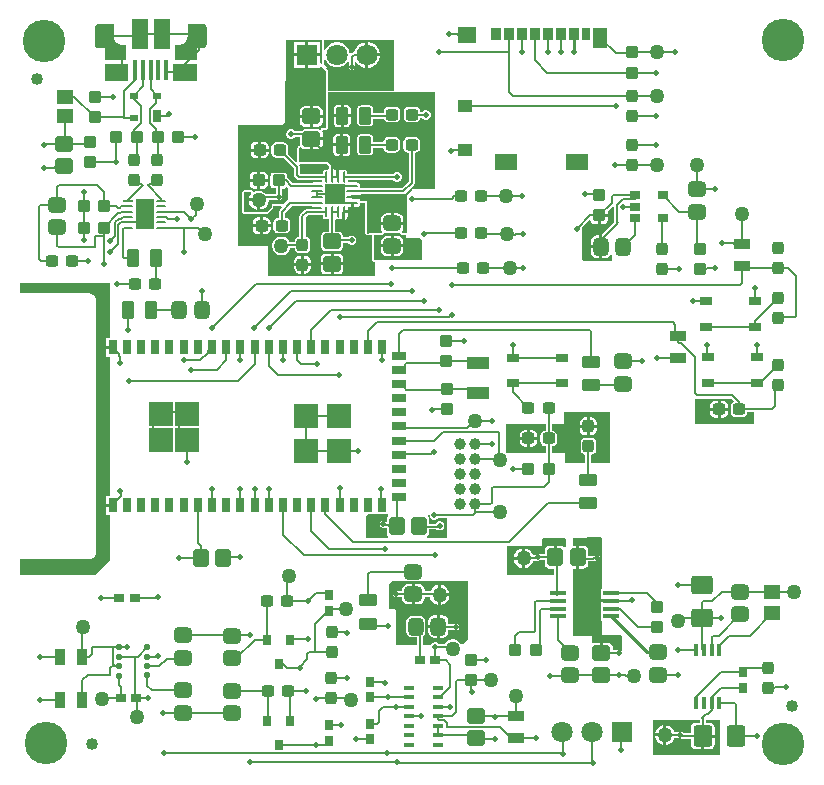
<source format=gtl>
G04*
G04 #@! TF.GenerationSoftware,Altium Limited,Altium Designer,23.1.1 (15)*
G04*
G04 Layer_Physical_Order=1*
G04 Layer_Color=255*
%FSLAX44Y44*%
%MOMM*%
G71*
G04*
G04 #@! TF.SameCoordinates,A7A263A4-54A1-4128-965A-35385578E642*
G04*
G04*
G04 #@! TF.FilePolarity,Positive*
G04*
G01*
G75*
%ADD10C,0.1524*%
%ADD13C,0.2540*%
%ADD18C,0.2032*%
%ADD21C,1.2700*%
G04:AMPARAMS|DCode=22|XSize=1.5mm|YSize=1.3mm|CornerRadius=0.325mm|HoleSize=0mm|Usage=FLASHONLY|Rotation=180.000|XOffset=0mm|YOffset=0mm|HoleType=Round|Shape=RoundedRectangle|*
%AMROUNDEDRECTD22*
21,1,1.5000,0.6500,0,0,180.0*
21,1,0.8500,1.3000,0,0,180.0*
1,1,0.6500,-0.4250,0.3250*
1,1,0.6500,0.4250,0.3250*
1,1,0.6500,0.4250,-0.3250*
1,1,0.6500,-0.4250,-0.3250*
%
%ADD22ROUNDEDRECTD22*%
G04:AMPARAMS|DCode=23|XSize=0.9906mm|YSize=1.0922mm|CornerRadius=0.2477mm|HoleSize=0mm|Usage=FLASHONLY|Rotation=180.000|XOffset=0mm|YOffset=0mm|HoleType=Round|Shape=RoundedRectangle|*
%AMROUNDEDRECTD23*
21,1,0.9906,0.5969,0,0,180.0*
21,1,0.4953,1.0922,0,0,180.0*
1,1,0.4953,-0.2477,0.2985*
1,1,0.4953,0.2477,0.2985*
1,1,0.4953,0.2477,-0.2985*
1,1,0.4953,-0.2477,-0.2985*
%
%ADD23ROUNDEDRECTD23*%
G04:AMPARAMS|DCode=24|XSize=1.5mm|YSize=1.3mm|CornerRadius=0.1625mm|HoleSize=0mm|Usage=FLASHONLY|Rotation=270.000|XOffset=0mm|YOffset=0mm|HoleType=Round|Shape=RoundedRectangle|*
%AMROUNDEDRECTD24*
21,1,1.5000,0.9750,0,0,270.0*
21,1,1.1750,1.3000,0,0,270.0*
1,1,0.3250,-0.4875,-0.5875*
1,1,0.3250,-0.4875,0.5875*
1,1,0.3250,0.4875,0.5875*
1,1,0.3250,0.4875,-0.5875*
%
%ADD24ROUNDEDRECTD24*%
G04:AMPARAMS|DCode=25|XSize=1mm|YSize=1.1mm|CornerRadius=0.125mm|HoleSize=0mm|Usage=FLASHONLY|Rotation=90.000|XOffset=0mm|YOffset=0mm|HoleType=Round|Shape=RoundedRectangle|*
%AMROUNDEDRECTD25*
21,1,1.0000,0.8500,0,0,90.0*
21,1,0.7500,1.1000,0,0,90.0*
1,1,0.2500,0.4250,0.3750*
1,1,0.2500,0.4250,-0.3750*
1,1,0.2500,-0.4250,-0.3750*
1,1,0.2500,-0.4250,0.3750*
%
%ADD25ROUNDEDRECTD25*%
G04:AMPARAMS|DCode=26|XSize=1.5mm|YSize=1.3mm|CornerRadius=0.1625mm|HoleSize=0mm|Usage=FLASHONLY|Rotation=0.000|XOffset=0mm|YOffset=0mm|HoleType=Round|Shape=RoundedRectangle|*
%AMROUNDEDRECTD26*
21,1,1.5000,0.9750,0,0,0.0*
21,1,1.1750,1.3000,0,0,0.0*
1,1,0.3250,0.5875,-0.4875*
1,1,0.3250,-0.5875,-0.4875*
1,1,0.3250,-0.5875,0.4875*
1,1,0.3250,0.5875,0.4875*
%
%ADD26ROUNDEDRECTD26*%
%ADD27R,1.3970X0.4318*%
G04:AMPARAMS|DCode=28|XSize=1mm|YSize=1.1mm|CornerRadius=0.125mm|HoleSize=0mm|Usage=FLASHONLY|Rotation=180.000|XOffset=0mm|YOffset=0mm|HoleType=Round|Shape=RoundedRectangle|*
%AMROUNDEDRECTD28*
21,1,1.0000,0.8500,0,0,180.0*
21,1,0.7500,1.1000,0,0,180.0*
1,1,0.2500,-0.3750,0.4250*
1,1,0.2500,0.3750,0.4250*
1,1,0.2500,0.3750,-0.4250*
1,1,0.2500,-0.3750,-0.4250*
%
%ADD28ROUNDEDRECTD28*%
G04:AMPARAMS|DCode=29|XSize=0.7mm|YSize=0.9mm|CornerRadius=0.0875mm|HoleSize=0mm|Usage=FLASHONLY|Rotation=0.000|XOffset=0mm|YOffset=0mm|HoleType=Round|Shape=RoundedRectangle|*
%AMROUNDEDRECTD29*
21,1,0.7000,0.7250,0,0,0.0*
21,1,0.5250,0.9000,0,0,0.0*
1,1,0.1750,0.2625,-0.3625*
1,1,0.1750,-0.2625,-0.3625*
1,1,0.1750,-0.2625,0.3625*
1,1,0.1750,0.2625,0.3625*
%
%ADD29ROUNDEDRECTD29*%
%ADD30R,1.0500X0.6500*%
%ADD31R,0.8397X0.2225*%
G04:AMPARAMS|DCode=32|XSize=0.8397mm|YSize=0.2225mm|CornerRadius=0.1112mm|HoleSize=0mm|Usage=FLASHONLY|Rotation=0.000|XOffset=0mm|YOffset=0mm|HoleType=Round|Shape=RoundedRectangle|*
%AMROUNDEDRECTD32*
21,1,0.8397,0.0000,0,0,0.0*
21,1,0.6172,0.2225,0,0,0.0*
1,1,0.2225,0.3086,0.0000*
1,1,0.2225,-0.3086,0.0000*
1,1,0.2225,-0.3086,0.0000*
1,1,0.2225,0.3086,0.0000*
%
%ADD32ROUNDEDRECTD32*%
G04:AMPARAMS|DCode=33|XSize=1.5mm|YSize=1.3mm|CornerRadius=0.325mm|HoleSize=0mm|Usage=FLASHONLY|Rotation=270.000|XOffset=0mm|YOffset=0mm|HoleType=Round|Shape=RoundedRectangle|*
%AMROUNDEDRECTD33*
21,1,1.5000,0.6500,0,0,270.0*
21,1,0.8500,1.3000,0,0,270.0*
1,1,0.6500,-0.3250,-0.4250*
1,1,0.6500,-0.3250,0.4250*
1,1,0.6500,0.3250,0.4250*
1,1,0.6500,0.3250,-0.4250*
%
%ADD33ROUNDEDRECTD33*%
G04:AMPARAMS|DCode=34|XSize=0.9906mm|YSize=1.0922mm|CornerRadius=0.2477mm|HoleSize=0mm|Usage=FLASHONLY|Rotation=270.000|XOffset=0mm|YOffset=0mm|HoleType=Round|Shape=RoundedRectangle|*
%AMROUNDEDRECTD34*
21,1,0.9906,0.5969,0,0,270.0*
21,1,0.4953,1.0922,0,0,270.0*
1,1,0.4953,-0.2985,-0.2477*
1,1,0.4953,-0.2985,0.2477*
1,1,0.4953,0.2985,0.2477*
1,1,0.4953,0.2985,-0.2477*
%
%ADD34ROUNDEDRECTD34*%
%ADD35R,2.0000X2.0000*%
%ADD36R,1.2000X0.7000*%
%ADD37R,0.7000X1.2000*%
%ADD38R,0.4000X1.7500*%
%ADD39R,1.3750X2.5000*%
G04:AMPARAMS|DCode=40|XSize=1.8mm|YSize=1.6mm|CornerRadius=0.2mm|HoleSize=0mm|Usage=FLASHONLY|Rotation=0.000|XOffset=0mm|YOffset=0mm|HoleType=Round|Shape=RoundedRectangle|*
%AMROUNDEDRECTD40*
21,1,1.8000,1.2000,0,0,0.0*
21,1,1.4000,1.6000,0,0,0.0*
1,1,0.4000,0.7000,-0.6000*
1,1,0.4000,-0.7000,-0.6000*
1,1,0.4000,-0.7000,0.6000*
1,1,0.4000,0.7000,0.6000*
%
%ADD40ROUNDEDRECTD40*%
G04:AMPARAMS|DCode=41|XSize=1.01mm|YSize=1.47mm|CornerRadius=0.1263mm|HoleSize=0mm|Usage=FLASHONLY|Rotation=90.000|XOffset=0mm|YOffset=0mm|HoleType=Round|Shape=RoundedRectangle|*
%AMROUNDEDRECTD41*
21,1,1.0100,1.2175,0,0,90.0*
21,1,0.7575,1.4700,0,0,90.0*
1,1,0.2525,0.6088,0.3787*
1,1,0.2525,0.6088,-0.3787*
1,1,0.2525,-0.6088,-0.3787*
1,1,0.2525,-0.6088,0.3787*
%
%ADD41ROUNDEDRECTD41*%
G04:AMPARAMS|DCode=42|XSize=1.8mm|YSize=1.6mm|CornerRadius=0.2mm|HoleSize=0mm|Usage=FLASHONLY|Rotation=270.000|XOffset=0mm|YOffset=0mm|HoleType=Round|Shape=RoundedRectangle|*
%AMROUNDEDRECTD42*
21,1,1.8000,1.2000,0,0,270.0*
21,1,1.4000,1.6000,0,0,270.0*
1,1,0.4000,-0.6000,-0.7000*
1,1,0.4000,-0.6000,0.7000*
1,1,0.4000,0.6000,0.7000*
1,1,0.4000,0.6000,-0.7000*
%
%ADD42ROUNDEDRECTD42*%
G04:AMPARAMS|DCode=43|XSize=1.01mm|YSize=1.47mm|CornerRadius=0.1263mm|HoleSize=0mm|Usage=FLASHONLY|Rotation=180.000|XOffset=0mm|YOffset=0mm|HoleType=Round|Shape=RoundedRectangle|*
%AMROUNDEDRECTD43*
21,1,1.0100,1.2175,0,0,180.0*
21,1,0.7575,1.4700,0,0,180.0*
1,1,0.2525,-0.3787,0.6088*
1,1,0.2525,0.3787,0.6088*
1,1,0.2525,0.3787,-0.6088*
1,1,0.2525,-0.3787,-0.6088*
%
%ADD43ROUNDEDRECTD43*%
%ADD44R,0.2393X0.9660*%
G04:AMPARAMS|DCode=45|XSize=0.966mm|YSize=0.2393mm|CornerRadius=0.1196mm|HoleSize=0mm|Usage=FLASHONLY|Rotation=90.000|XOffset=0mm|YOffset=0mm|HoleType=Round|Shape=RoundedRectangle|*
%AMROUNDEDRECTD45*
21,1,0.9660,0.0000,0,0,90.0*
21,1,0.7267,0.2393,0,0,90.0*
1,1,0.2393,0.0000,0.3634*
1,1,0.2393,0.0000,-0.3634*
1,1,0.2393,0.0000,-0.3634*
1,1,0.2393,0.0000,0.3634*
%
%ADD45ROUNDEDRECTD45*%
G04:AMPARAMS|DCode=46|XSize=0.2393mm|YSize=0.966mm|CornerRadius=0.1196mm|HoleSize=0mm|Usage=FLASHONLY|Rotation=90.000|XOffset=0mm|YOffset=0mm|HoleType=Round|Shape=RoundedRectangle|*
%AMROUNDEDRECTD46*
21,1,0.2393,0.7267,0,0,90.0*
21,1,0.0000,0.9660,0,0,90.0*
1,1,0.2393,0.3634,0.0000*
1,1,0.2393,0.3634,0.0000*
1,1,0.2393,-0.3634,0.0000*
1,1,0.2393,-0.3634,0.0000*
%
%ADD46ROUNDEDRECTD46*%
%ADD47R,1.4000X0.9500*%
%ADD48R,1.4562X1.2549*%
%ADD49R,0.7000X0.6000*%
%ADD50R,0.7000X1.0000*%
%ADD51R,0.8500X0.4000*%
%ADD52R,0.9000X0.6500*%
G04:AMPARAMS|DCode=53|XSize=0.5mm|YSize=0.5mm|CornerRadius=0.0625mm|HoleSize=0mm|Usage=FLASHONLY|Rotation=0.000|XOffset=0mm|YOffset=0mm|HoleType=Round|Shape=RoundedRectangle|*
%AMROUNDEDRECTD53*
21,1,0.5000,0.3750,0,0,0.0*
21,1,0.3750,0.5000,0,0,0.0*
1,1,0.1250,0.1875,-0.1875*
1,1,0.1250,-0.1875,-0.1875*
1,1,0.1250,-0.1875,0.1875*
1,1,0.1250,0.1875,0.1875*
%
%ADD53ROUNDEDRECTD53*%
%ADD54R,0.4000X1.1000*%
G04:AMPARAMS|DCode=55|XSize=0.7mm|YSize=0.9mm|CornerRadius=0.0875mm|HoleSize=0mm|Usage=FLASHONLY|Rotation=270.000|XOffset=0mm|YOffset=0mm|HoleType=Round|Shape=RoundedRectangle|*
%AMROUNDEDRECTD55*
21,1,0.7000,0.7250,0,0,270.0*
21,1,0.5250,0.9000,0,0,270.0*
1,1,0.1750,-0.3625,-0.2625*
1,1,0.1750,-0.3625,0.2625*
1,1,0.1750,0.3625,0.2625*
1,1,0.1750,0.3625,-0.2625*
%
%ADD55ROUNDEDRECTD55*%
%ADD56R,0.8000X0.9000*%
%ADD57R,0.9500X1.4000*%
%ADD58R,1.4700X1.2000*%
%ADD59R,1.9000X1.1000*%
%ADD60R,1.9000X1.3500*%
%ADD61R,1.2000X1.0000*%
%ADD62R,1.5500X1.3500*%
%ADD63R,0.8500X1.1000*%
%ADD64R,0.7500X1.1000*%
%ADD65R,1.1700X1.8000*%
%ADD75R,1.6500X2.5500*%
%ADD89R,1.6800X1.6800*%
%ADD112C,1.0160*%
%ADD113C,1.8000*%
%ADD114R,1.8000X1.8000*%
%ADD115C,1.0058*%
%ADD116O,1.0000X1.8000*%
%ADD117O,1.0000X1.4600*%
%ADD118C,3.6000*%
%ADD119C,0.5080*%
G36*
X157733Y633330D02*
X157943Y633320D01*
X158153Y633290D01*
X158353Y633250D01*
X158563Y633200D01*
X158763Y633140D01*
X158953Y633070D01*
X159153Y632990D01*
X159343Y632900D01*
X159523Y632800D01*
X159703Y632690D01*
X159873Y632580D01*
X160043Y632450D01*
X160203Y632310D01*
X160353Y632170D01*
X160493Y632020D01*
X160633Y631860D01*
X160763Y631690D01*
X160873Y631520D01*
X160983Y631340D01*
X161083Y631160D01*
X161173Y630970D01*
X161253Y630770D01*
X161323Y630580D01*
X161383Y630380D01*
X161433Y630170D01*
X161473Y629970D01*
X161503Y629760D01*
X161513Y629550D01*
X161523Y629340D01*
Y616340D01*
X161513Y616130D01*
X161503Y615920D01*
X161473Y615710D01*
X161433Y615510D01*
X161383Y615300D01*
X161323Y615100D01*
X161253Y614910D01*
X161173Y614710D01*
X161083Y614520D01*
X160983Y614340D01*
X160873Y614160D01*
X160763Y613990D01*
X160633Y613820D01*
X160493Y613660D01*
X160353Y613510D01*
X160203Y613370D01*
X160043Y613230D01*
X159873Y613100D01*
X159703Y612990D01*
X159523Y612880D01*
X159343Y612780D01*
X159153Y612690D01*
X158953Y612610D01*
X158763Y612540D01*
X158563Y612480D01*
X158353Y612430D01*
X158153Y612390D01*
X157943Y612360D01*
X157733Y612350D01*
X157523Y612340D01*
X153023D01*
Y602520D01*
X134773D01*
Y615340D01*
X137773D01*
X138163Y615350D01*
X138553Y615380D01*
X138943Y615430D01*
X139333Y615500D01*
X139713Y615600D01*
X140093Y615710D01*
X140463Y615840D01*
X140823Y615990D01*
X141173Y616160D01*
X141523Y616340D01*
X141853Y616550D01*
X142183Y616770D01*
X142493Y617010D01*
X142793Y617270D01*
X143073Y617540D01*
X143343Y617820D01*
X143603Y618120D01*
X143843Y618430D01*
X144063Y618760D01*
X144273Y619090D01*
X144453Y619440D01*
X144623Y619790D01*
X144773Y620150D01*
X144903Y620520D01*
X145013Y620900D01*
X145113Y621280D01*
X145183Y621670D01*
X145233Y622060D01*
X145263Y622450D01*
X145273Y622840D01*
Y633340D01*
X157523D01*
X157733Y633330D01*
D02*
G37*
G36*
X82773Y622840D02*
X82783Y622450D01*
X82813Y622060D01*
X82863Y621670D01*
X82933Y621280D01*
X83033Y620900D01*
X83143Y620520D01*
X83273Y620150D01*
X83423Y619790D01*
X83593Y619440D01*
X83773Y619090D01*
X83983Y618760D01*
X84203Y618430D01*
X84443Y618120D01*
X84703Y617820D01*
X84973Y617540D01*
X85253Y617270D01*
X85553Y617010D01*
X85863Y616770D01*
X86193Y616550D01*
X86523Y616340D01*
X86873Y616160D01*
X87223Y615990D01*
X87583Y615840D01*
X87953Y615710D01*
X88333Y615600D01*
X88713Y615500D01*
X89103Y615430D01*
X89493Y615380D01*
X89883Y615350D01*
X90273Y615340D01*
X93273D01*
Y602520D01*
X75023D01*
Y612340D01*
X70523D01*
X70313Y612350D01*
X70103Y612360D01*
X69893Y612390D01*
X69693Y612430D01*
X69483Y612480D01*
X69283Y612540D01*
X69093Y612610D01*
X68893Y612690D01*
X68703Y612780D01*
X68523Y612880D01*
X68343Y612990D01*
X68173Y613100D01*
X68003Y613230D01*
X67843Y613370D01*
X67693Y613510D01*
X67553Y613660D01*
X67413Y613820D01*
X67283Y613990D01*
X67173Y614160D01*
X67063Y614340D01*
X66963Y614520D01*
X66873Y614710D01*
X66793Y614910D01*
X66723Y615100D01*
X66663Y615300D01*
X66613Y615510D01*
X66573Y615710D01*
X66543Y615920D01*
X66533Y616130D01*
X66523Y616340D01*
Y629340D01*
X66533Y629550D01*
X66543Y629760D01*
X66573Y629970D01*
X66613Y630170D01*
X66663Y630380D01*
X66723Y630580D01*
X66793Y630770D01*
X66873Y630970D01*
X66963Y631160D01*
X67063Y631340D01*
X67173Y631520D01*
X67283Y631690D01*
X67413Y631860D01*
X67553Y632020D01*
X67693Y632170D01*
X67843Y632310D01*
X68003Y632450D01*
X68173Y632580D01*
X68343Y632690D01*
X68523Y632800D01*
X68703Y632900D01*
X68893Y632990D01*
X69093Y633070D01*
X69283Y633140D01*
X69483Y633200D01*
X69693Y633250D01*
X69893Y633290D01*
X70103Y633320D01*
X70313Y633330D01*
X70523Y633340D01*
X82773D01*
Y622840D01*
D02*
G37*
G36*
X259080Y599237D02*
X258683Y598965D01*
X257413Y599635D01*
Y605820D01*
X247651D01*
Y596058D01*
X257413D01*
Y596263D01*
X258683Y596789D01*
X258706Y596766D01*
X262623Y592849D01*
Y545258D01*
X259748D01*
X259521Y545164D01*
X259277Y545188D01*
X258969Y544935D01*
X258600Y544782D01*
X258506Y544556D01*
X258316Y544400D01*
X258004Y543816D01*
X257047Y543577D01*
X255828Y543819D01*
X244078D01*
X242859Y543577D01*
X241825Y542886D01*
X241430Y542294D01*
X235993D01*
X235134Y543154D01*
X233649Y543769D01*
X232042D01*
X230557Y543154D01*
X229420Y542018D01*
X228805Y540533D01*
Y538926D01*
X229420Y537441D01*
X230557Y536304D01*
X232042Y535689D01*
X233649D01*
X235134Y536304D01*
X235993Y537164D01*
X240892D01*
Y531522D01*
X240657Y530269D01*
X239387Y529884D01*
X239078Y529631D01*
X238710Y529478D01*
X238616Y529252D01*
X238426Y529096D01*
X238387Y528699D01*
X238234Y528330D01*
Y516543D01*
X237011Y515970D01*
X230180Y522802D01*
X230396Y523886D01*
Y528839D01*
X230087Y530391D01*
X229208Y531706D01*
X227893Y532585D01*
X226341Y532894D01*
X220372D01*
X218821Y532585D01*
X217505Y531706D01*
X216626Y530391D01*
X216318Y528839D01*
Y523886D01*
X216626Y522335D01*
X217505Y521020D01*
X218821Y520141D01*
X220372Y519832D01*
X226341D01*
X226579Y519879D01*
X235406Y511052D01*
X235388Y510957D01*
Y505461D01*
X235583Y504479D01*
X236139Y503647D01*
X238044Y501742D01*
X238876Y501186D01*
X239858Y500990D01*
X258882D01*
X259313Y499990D01*
X258478Y499009D01*
X251627D01*
X250702Y498825D01*
X234085D01*
X230326Y502584D01*
X229507Y503131D01*
Y504520D01*
X229293Y505593D01*
X228686Y506503D01*
X227776Y507110D01*
X226703Y507324D01*
X218203D01*
X217130Y507110D01*
X216220Y506503D01*
X215613Y505593D01*
X215399Y504520D01*
Y497020D01*
X215613Y495947D01*
X216220Y495037D01*
X217130Y494430D01*
X218203Y494216D01*
X219888D01*
Y489557D01*
X219305Y488974D01*
X211667D01*
X210273Y490368D01*
X208483Y491401D01*
X206486Y491936D01*
X204419D01*
X202423Y491401D01*
X201723Y490997D01*
X200127Y491532D01*
X199899Y491760D01*
X199775Y492059D01*
X199477Y492182D01*
X199249Y492411D01*
X198926D01*
X198627Y492534D01*
X193191D01*
X192043Y492059D01*
X191567Y490910D01*
Y474095D01*
X192043Y472947D01*
X193191Y472471D01*
X212532D01*
X213680Y472947D01*
X217556Y476823D01*
X218032Y477971D01*
Y479078D01*
X224745D01*
X225271Y477808D01*
X223371Y475908D01*
X222815Y475076D01*
X222620Y474095D01*
Y468807D01*
X222008D01*
X220456Y468498D01*
X219141Y467619D01*
X218262Y466304D01*
X217953Y464753D01*
Y459799D01*
X218262Y458248D01*
X219141Y456933D01*
X220456Y456054D01*
X222008Y455745D01*
X227977D01*
X229528Y456054D01*
X230844Y456933D01*
X231723Y458248D01*
X232031Y459799D01*
Y464753D01*
X231723Y466304D01*
X230844Y467619D01*
X229528Y468498D01*
X227977Y468807D01*
X227750D01*
Y473032D01*
X233478Y478760D01*
X250515D01*
X250575Y478720D01*
X251627Y478511D01*
X258254D01*
X259068Y477312D01*
X258756Y476660D01*
X246138D01*
X245157Y476465D01*
X244325Y475908D01*
X240756Y472340D01*
X240200Y471508D01*
X240005Y470526D01*
Y453205D01*
X238542Y452914D01*
X237227Y452035D01*
X236348Y450720D01*
X236039Y449168D01*
Y448749D01*
X231560D01*
X230836Y450002D01*
X229375Y451464D01*
X227585Y452497D01*
X225588Y453032D01*
X223521D01*
X221525Y452497D01*
X219735Y451464D01*
X218273Y450002D01*
X217240Y448212D01*
X216705Y446216D01*
Y444149D01*
X217240Y442152D01*
X218273Y440362D01*
X219735Y438901D01*
X221525Y437867D01*
X223521Y437332D01*
X225588D01*
X227585Y437867D01*
X229375Y438901D01*
X230836Y440362D01*
X231870Y442152D01*
X232263Y443619D01*
X236039D01*
Y443199D01*
X236348Y441648D01*
X237227Y440332D01*
X238542Y439454D01*
X240093Y439145D01*
X245047D01*
X246598Y439454D01*
X247913Y440332D01*
X248792Y441648D01*
X249101Y443199D01*
Y449168D01*
X248792Y450720D01*
X247913Y452035D01*
X246598Y452914D01*
X245135Y453205D01*
Y469463D01*
X247201Y471529D01*
X259795D01*
Y467699D01*
X265058D01*
Y457133D01*
X261748D01*
X260529Y456891D01*
X259495Y456200D01*
X258805Y455166D01*
X258562Y453947D01*
Y444197D01*
X258805Y442978D01*
X259495Y441944D01*
X260529Y441253D01*
X261748Y441011D01*
X273498D01*
X274718Y441253D01*
X275751Y441944D01*
X276442Y442978D01*
X276684Y444197D01*
Y447235D01*
X280991D01*
X281851Y446375D01*
X283335Y445760D01*
X284943D01*
X286427Y446375D01*
X287564Y447512D01*
X288179Y448997D01*
Y450604D01*
X287564Y452089D01*
X286427Y453225D01*
X284943Y453840D01*
X283335D01*
X281851Y453225D01*
X280991Y452366D01*
X276684D01*
Y453947D01*
X276442Y455166D01*
X275751Y456200D01*
X274718Y456891D01*
X273498Y457133D01*
X270189D01*
Y467164D01*
X271439Y467856D01*
X272491Y467646D01*
X273543Y467856D01*
X273706Y467964D01*
X275164Y468068D01*
X276221Y467361D01*
Y474029D01*
X277491D01*
Y475299D01*
X280783D01*
Y476734D01*
X281028Y477723D01*
X282017Y477968D01*
X283452D01*
Y481260D01*
X285992D01*
Y477968D01*
X288355D01*
X289615Y478219D01*
X290683Y478932D01*
X291396Y480000D01*
X291647Y481260D01*
X291831Y481484D01*
X295557D01*
Y456382D01*
X295620Y456229D01*
X295588Y456067D01*
X295851Y455672D01*
X296033Y455234D01*
X296185Y455171D01*
X296277Y455033D01*
X297353Y454313D01*
X297818Y454220D01*
X298256Y454038D01*
X298409Y454102D01*
X298571Y454069D01*
X298966Y454332D01*
X299404Y454514D01*
X299450Y454559D01*
X301502D01*
Y433487D01*
X301978Y432339D01*
X303126Y431864D01*
X303954D01*
Y420032D01*
X303530Y419608D01*
X214715D01*
X214457Y419350D01*
X213264Y419953D01*
Y445458D01*
X188326D01*
X187642Y446142D01*
Y547203D01*
X225458D01*
X227983Y549729D01*
X227984D01*
X227984Y549729D01*
X227984Y549729D01*
X228109Y549730D01*
X228341Y619161D01*
X229441Y619615D01*
X259080D01*
Y599237D01*
D02*
G37*
G36*
X320040Y576739D02*
X264247D01*
Y592849D01*
X263771Y593997D01*
X262133Y595635D01*
X263398Y596900D01*
X260704Y599594D01*
Y602954D01*
X261974Y603121D01*
X261996Y603037D01*
X263379Y600643D01*
X265333Y598688D01*
X267728Y597306D01*
X270398Y596590D01*
X273163D01*
X275833Y597306D01*
X278228Y598688D01*
X280183Y600643D01*
X280391Y601003D01*
X281661Y600663D01*
Y596392D01*
X281856Y595410D01*
X282412Y594578D01*
X283244Y594022D01*
X284226Y593827D01*
X285208Y594022D01*
X286040Y594578D01*
X286596Y595410D01*
X286791Y596392D01*
Y600481D01*
X288061Y600821D01*
X288353Y600316D01*
X290407Y598262D01*
X292922Y596810D01*
X295728Y596058D01*
X295911D01*
Y607090D01*
Y618122D01*
X295728D01*
X292922Y617370D01*
X290407Y615918D01*
X288353Y613864D01*
X286900Y611348D01*
X286447Y609655D01*
X285953D01*
X284971Y609460D01*
X284139Y608904D01*
X283551Y608316D01*
X283023Y608381D01*
X282202Y608764D01*
X281565Y611143D01*
X280183Y613537D01*
X278228Y615492D01*
X275833Y616874D01*
X273163Y617590D01*
X270398D01*
X267728Y616874D01*
X265333Y615492D01*
X263379Y613537D01*
X261996Y611143D01*
X261974Y611059D01*
X260704Y611226D01*
Y619615D01*
X260800Y619760D01*
X320040D01*
Y576739D01*
D02*
G37*
G36*
X153023Y584740D02*
X133023D01*
Y599340D01*
X153023D01*
Y584740D01*
D02*
G37*
G36*
X95023D02*
X75023D01*
Y599340D01*
X95023D01*
Y584740D01*
D02*
G37*
G36*
X264812Y513083D02*
Y511207D01*
X264844Y511129D01*
X264820Y511048D01*
X264561Y510456D01*
X263543Y509664D01*
X262491Y509873D01*
X261439Y509664D01*
X260547Y509068D01*
X259951Y508176D01*
X259742Y507124D01*
Y506121D01*
X240921D01*
X240518Y506523D01*
Y510957D01*
X240323Y511939D01*
X240256Y512039D01*
X240084Y512904D01*
X239893Y513190D01*
X240487Y514460D01*
X263434D01*
X264812Y513083D01*
D02*
G37*
G36*
X354584Y574607D02*
Y493776D01*
X335662D01*
X335176Y494949D01*
X336958Y496732D01*
X337514Y497564D01*
X337709Y498545D01*
Y524224D01*
X338129D01*
X339680Y524533D01*
X340995Y525412D01*
X341874Y526727D01*
X342183Y528279D01*
Y533232D01*
X341874Y534783D01*
X340995Y536099D01*
X339680Y536977D01*
X338129Y537286D01*
X332160D01*
X330608Y536977D01*
X329293Y536099D01*
X328414Y534783D01*
X328105Y533232D01*
Y528279D01*
X328414Y526727D01*
X329293Y525412D01*
X330608Y524533D01*
X332160Y524224D01*
X332579D01*
Y499608D01*
X326861Y493890D01*
X291542D01*
X290864Y495160D01*
X290895Y495208D01*
X291105Y496260D01*
X290895Y497312D01*
X290299Y498204D01*
X289407Y498800D01*
X288355Y499009D01*
X281639D01*
X280786Y500038D01*
X281211Y500925D01*
X319579D01*
X320373Y500131D01*
X321858Y499516D01*
X323466D01*
X324950Y500131D01*
X326087Y501267D01*
X326702Y502752D01*
Y504359D01*
X326087Y505844D01*
X324950Y506981D01*
X323466Y507596D01*
X321858D01*
X320373Y506981D01*
X319449Y506056D01*
X280240D01*
Y507124D01*
X280031Y508176D01*
X279435Y509068D01*
X278543Y509664D01*
X277491Y509873D01*
X276439Y509664D01*
X276277Y509555D01*
X274819Y509451D01*
X273761Y510158D01*
Y503490D01*
X271221D01*
Y510158D01*
X270163Y509451D01*
X269819D01*
X268751Y510165D01*
X267491Y510416D01*
X267417Y510401D01*
X266436Y511207D01*
Y513755D01*
X264107Y516084D01*
X239858D01*
Y528330D01*
X241128Y528716D01*
X241441Y528246D01*
X242651Y527438D01*
X244078Y527154D01*
X248683D01*
Y535758D01*
X249953D01*
Y537028D01*
X259557D01*
Y540633D01*
X259273Y542060D01*
X259069Y542364D01*
X259748Y543634D01*
X262623D01*
X263771Y544110D01*
X264247Y545258D01*
Y575115D01*
X354374D01*
X354584Y574607D01*
D02*
G37*
G36*
X230212Y494193D02*
X230257Y494148D01*
X230508Y493595D01*
Y484827D01*
X226383Y480702D01*
X216408D01*
Y477971D01*
X212532Y474095D01*
X193191D01*
Y490910D01*
X198627D01*
X199153Y489641D01*
X198746Y489233D01*
X197642Y487322D01*
X197116Y485356D01*
X205453D01*
Y484086D01*
X206723D01*
Y475749D01*
X208688Y476275D01*
X210600Y477379D01*
X212160Y478940D01*
X213264Y480851D01*
X213835Y482983D01*
Y483843D01*
X222453D01*
X223435Y484039D01*
X224267Y484595D01*
X224823Y485427D01*
X225018Y486409D01*
Y493674D01*
X226703D01*
X227983Y493928D01*
X229069Y494654D01*
X230212Y494193D01*
D02*
G37*
G36*
X506475Y478486D02*
Y465452D01*
X506535Y465148D01*
X496468Y455080D01*
Y444465D01*
Y434829D01*
X498448D01*
X500509Y435239D01*
X502256Y436406D01*
X503174Y437780D01*
X504444Y437395D01*
Y432458D01*
X480581D01*
X479552Y433487D01*
Y461111D01*
X485621Y467180D01*
X486884Y466646D01*
X487052Y465799D01*
X487778Y464713D01*
X488863Y463988D01*
X490144Y463733D01*
X492624D01*
Y471329D01*
X493894D01*
Y472599D01*
X500990D01*
Y474798D01*
X505205Y479012D01*
X506475Y478486D01*
D02*
G37*
G36*
X331063Y489177D02*
Y456183D01*
X327192D01*
X326690Y457453D01*
X327623Y458849D01*
X328033Y460910D01*
Y462890D01*
X308762D01*
Y460910D01*
X309172Y458849D01*
X310106Y457453D01*
X309604Y456183D01*
X298777D01*
X298256Y455662D01*
X297181Y456382D01*
Y483108D01*
X291561D01*
X290981Y484378D01*
X291390Y484990D01*
X284722D01*
Y487530D01*
X291402D01*
X292095Y488760D01*
X327924D01*
X328905Y488955D01*
X329737Y489511D01*
X329890Y489663D01*
X331063Y489177D01*
D02*
G37*
G36*
X325682Y455586D02*
X325916Y455345D01*
X326044Y455034D01*
X326331Y454916D01*
X326546Y454693D01*
X326882Y454688D01*
X327192Y454559D01*
X330363D01*
Y451556D01*
X341742D01*
X344049Y449249D01*
Y433487D01*
X303126D01*
Y454559D01*
X309604D01*
X309914Y454687D01*
X310250Y454693D01*
X310465Y454916D01*
X310752Y455034D01*
X310880Y455345D01*
X311114Y455586D01*
X311335Y456146D01*
X313728Y456151D01*
X314148Y456067D01*
X322648D01*
X323156Y456168D01*
X325451Y456172D01*
X325682Y455586D01*
D02*
G37*
G36*
X607566Y314220D02*
X607251Y312739D01*
X606407Y312175D01*
X605528Y310860D01*
X605219Y309308D01*
Y304356D01*
X605528Y302804D01*
X606407Y301489D01*
X607722Y300610D01*
X609273Y300301D01*
X615243D01*
X616794Y300610D01*
X618109Y301489D01*
X618988Y302804D01*
X619279Y304267D01*
X625094D01*
Y294132D01*
X575564D01*
X575056Y294640D01*
Y315214D01*
X606412Y315374D01*
X607566Y314220D01*
D02*
G37*
G36*
X448371Y288687D02*
X447952D01*
X446400Y288378D01*
X445085Y287499D01*
X444206Y286184D01*
X443897Y284632D01*
Y279680D01*
X444206Y278128D01*
X445085Y276813D01*
X446400Y275934D01*
X447952Y275625D01*
X448371D01*
Y270002D01*
X414782D01*
Y293370D01*
X415098Y294132D01*
X448371D01*
Y288687D01*
D02*
G37*
G36*
X467360Y304546D02*
X467360Y304546D01*
X502920D01*
Y261620D01*
X487106D01*
Y268523D01*
X488568Y268814D01*
X489884Y269693D01*
X490763Y271008D01*
X491071Y272560D01*
Y278529D01*
X490763Y280081D01*
X489884Y281396D01*
X488568Y282275D01*
X487017Y282583D01*
X482064D01*
X480512Y282275D01*
X479197Y281396D01*
X478318Y280081D01*
X478009Y278529D01*
Y272560D01*
X478318Y271008D01*
X479197Y269693D01*
X480512Y268814D01*
X481975Y268523D01*
Y261620D01*
X464566D01*
Y268732D01*
X464566Y269240D01*
X465074Y269748D01*
X464820Y270002D01*
X463612Y270002D01*
X453501D01*
Y275625D01*
X453921D01*
X455472Y275934D01*
X456787Y276813D01*
X457666Y278128D01*
X457975Y279680D01*
Y284632D01*
X457666Y286184D01*
X456787Y287499D01*
X455472Y288378D01*
X453921Y288687D01*
X453501D01*
Y294132D01*
X464312D01*
Y304546D01*
X464566Y304800D01*
X467255D01*
X467360Y304546D01*
D02*
G37*
G36*
X314603Y217822D02*
X314984Y216549D01*
X314967Y216537D01*
X314158Y215328D01*
X313874Y213901D01*
Y211786D01*
X311950D01*
X311370Y212174D01*
X310388Y212369D01*
X309406Y212174D01*
X308574Y211618D01*
X308018Y210786D01*
X307823Y209804D01*
X308018Y208822D01*
X308574Y207990D01*
X309157Y207407D01*
X309989Y206851D01*
X310971Y206656D01*
X313689D01*
X313874Y206470D01*
Y202151D01*
X314158Y200724D01*
X314967Y199515D01*
X315153Y199390D01*
X314767Y198120D01*
X296672D01*
Y216672D01*
X297917Y217918D01*
X302448D01*
X314603Y217822D01*
D02*
G37*
G36*
X350215Y217541D02*
Y216620D01*
X350830Y215135D01*
X351967Y213999D01*
X353452Y213384D01*
X355059D01*
X356544Y213999D01*
X357403Y214859D01*
X365028D01*
Y198852D01*
X364725Y198120D01*
X348120D01*
X347846Y199390D01*
X348606Y199898D01*
X349297Y200932D01*
X349539Y202151D01*
Y205212D01*
X356003D01*
X356359Y204855D01*
X357844Y204240D01*
X359452D01*
X360937Y204855D01*
X362073Y205991D01*
X362688Y207476D01*
Y209084D01*
X362073Y210569D01*
X360937Y211705D01*
X359452Y212320D01*
X357844D01*
X356359Y211705D01*
X355223Y210569D01*
X354915Y209824D01*
X349539D01*
Y213901D01*
X349297Y215120D01*
X348606Y216154D01*
X348410Y216285D01*
X348800Y217552D01*
X350215Y217541D01*
D02*
G37*
G36*
X465328Y196962D02*
Y190572D01*
X464319Y190201D01*
X464058Y190151D01*
X462892Y190930D01*
X461465Y191214D01*
X457860D01*
Y181610D01*
X455320D01*
Y191214D01*
X451715D01*
X450288Y190930D01*
X449078Y190121D01*
X448270Y188912D01*
X447986Y187485D01*
Y184175D01*
X441882D01*
X440900Y183980D01*
X440320Y183592D01*
X437642D01*
X437579Y183829D01*
X436475Y185741D01*
X434915Y187301D01*
X433003Y188405D01*
X431038Y188931D01*
Y180594D01*
Y172257D01*
X433003Y172783D01*
X434915Y173887D01*
X436475Y175447D01*
X437579Y177359D01*
X437874Y178461D01*
X441299D01*
X442281Y178657D01*
X442861Y179045D01*
X447986D01*
Y175735D01*
X448270Y174308D01*
X449078Y173099D01*
X450288Y172290D01*
X451715Y172006D01*
X455518D01*
Y166624D01*
X415544D01*
Y190903D01*
X415798Y191008D01*
X445516D01*
Y196596D01*
X446532Y197612D01*
X464424Y197854D01*
X465328Y196962D01*
D02*
G37*
G36*
X79720Y367450D02*
X76421D01*
Y360688D01*
X81953D01*
Y358148D01*
X76421D01*
Y351386D01*
X79720D01*
Y233450D01*
X76421D01*
Y226688D01*
X81953D01*
Y224148D01*
X76421D01*
Y217386D01*
X79720D01*
Y179111D01*
X67233Y166624D01*
X3098D01*
Y179828D01*
X61508D01*
X61650Y179856D01*
X61795Y179844D01*
X62685Y179943D01*
X62963Y180032D01*
X63252Y180072D01*
X64098Y180368D01*
X64349Y180515D01*
X64622Y180619D01*
X65380Y181096D01*
X65592Y181296D01*
X65835Y181458D01*
X66468Y182091D01*
X66630Y182334D01*
X66830Y182546D01*
X67307Y183305D01*
X67411Y183577D01*
X67558Y183828D01*
X67854Y184674D01*
X67894Y184963D01*
X67983Y185240D01*
X68082Y186131D01*
X68069Y186275D01*
X68098Y186418D01*
X68098Y398418D01*
X68069Y398560D01*
X68082Y398705D01*
X67982Y399595D01*
X67894Y399873D01*
X67854Y400162D01*
X67558Y401008D01*
X67410Y401259D01*
X67307Y401531D01*
X66830Y402290D01*
X66630Y402502D01*
X66468Y402744D01*
X65835Y403378D01*
X65592Y403540D01*
X65381Y403740D01*
X64622Y404216D01*
X64349Y404320D01*
X64098Y404468D01*
X63252Y404763D01*
X62963Y404804D01*
X62685Y404892D01*
X61795Y404991D01*
X61650Y404979D01*
X61508Y405007D01*
X3098D01*
Y414049D01*
X79720D01*
Y367450D01*
D02*
G37*
G36*
X382524Y112392D02*
X378129Y107996D01*
X376554Y108183D01*
X376106Y108960D01*
X374644Y110422D01*
X372854Y111455D01*
X370858Y111990D01*
X368791D01*
X366794Y111455D01*
X365004Y110422D01*
X363542Y108960D01*
X363052Y108111D01*
X358203D01*
X357343Y108971D01*
X355859Y109586D01*
X354251D01*
X352767Y108971D01*
X351630Y107835D01*
X351427Y107344D01*
X344620D01*
Y114800D01*
X345222Y115201D01*
X346271Y116773D01*
X346640Y118626D01*
Y127126D01*
X346271Y128979D01*
X345222Y130551D01*
X343650Y131600D01*
X341797Y131969D01*
X335297D01*
X333444Y131600D01*
X331872Y130551D01*
X330823Y128979D01*
X330454Y127126D01*
Y118626D01*
X330823Y116773D01*
X331872Y115201D01*
X333444Y114152D01*
X335297Y113783D01*
X339490D01*
Y107344D01*
X321390D01*
Y136457D01*
X321686Y136754D01*
X320496Y137944D01*
X315460D01*
Y157980D01*
X318770Y161290D01*
X382524D01*
Y112392D01*
D02*
G37*
G36*
X496316Y197472D02*
Y154557D01*
X495698D01*
Y148739D01*
X495166D01*
Y145818D01*
X504183D01*
Y143278D01*
X495166D01*
Y140357D01*
X495698D01*
Y127935D01*
X496316D01*
Y115440D01*
X512499D01*
X513355Y114584D01*
Y103140D01*
X513013Y102887D01*
X512085Y102588D01*
X511492Y102984D01*
X510510Y103179D01*
X505158D01*
Y105489D01*
X504874Y106916D01*
X504066Y108125D01*
X502856Y108934D01*
X501429Y109218D01*
X496824D01*
Y100614D01*
X494284D01*
Y109218D01*
X489679D01*
X488950Y109073D01*
X487680Y109963D01*
Y114554D01*
X487678Y114552D01*
X471857D01*
Y172006D01*
X474320D01*
Y181610D01*
Y191214D01*
X471857D01*
Y196417D01*
X471314Y196960D01*
X471794Y198136D01*
X495414Y198365D01*
X496316Y197472D01*
D02*
G37*
G36*
X596138Y14750D02*
X595122Y13970D01*
X538988D01*
Y43942D01*
X578999D01*
Y41215D01*
X575564D01*
X573991Y40902D01*
X572657Y40011D01*
X571766Y38677D01*
X571453Y37104D01*
Y32669D01*
X565635D01*
X565249Y33056D01*
X564417Y33612D01*
X563435Y33807D01*
X557392D01*
X557213Y34477D01*
X556109Y36389D01*
X554549Y37949D01*
X552637Y39053D01*
X550672Y39579D01*
Y31242D01*
Y22905D01*
X552637Y23431D01*
X554549Y24535D01*
X556109Y26095D01*
X557213Y28007D01*
X557392Y28677D01*
X562372D01*
X562759Y28290D01*
X563591Y27734D01*
X564573Y27539D01*
X571453D01*
Y23104D01*
X571766Y21531D01*
X572657Y20197D01*
X573991Y19306D01*
X575564Y18993D01*
X580294D01*
Y30104D01*
X581564D01*
Y31374D01*
X591675D01*
Y37104D01*
X591362Y38677D01*
X590471Y40011D01*
X589137Y40902D01*
X587564Y41215D01*
X584129D01*
Y43942D01*
X596138D01*
Y14750D01*
D02*
G37*
%LPC*%
G36*
X257413Y618122D02*
X247651D01*
Y608360D01*
X257413D01*
Y618122D01*
D02*
G37*
G36*
X245111D02*
X235349D01*
Y608360D01*
X245111D01*
Y618122D01*
D02*
G37*
G36*
Y605820D02*
X235349D01*
Y596058D01*
X245111D01*
Y605820D01*
D02*
G37*
G36*
X255828Y563362D02*
X251223D01*
Y556028D01*
X259557D01*
Y559633D01*
X259273Y561060D01*
X258465Y562270D01*
X257255Y563078D01*
X255828Y563362D01*
D02*
G37*
G36*
X248683D02*
X244078D01*
X242651Y563078D01*
X241441Y562270D01*
X240633Y561060D01*
X240349Y559633D01*
Y556028D01*
X248683D01*
Y563362D01*
D02*
G37*
G36*
X259557Y553488D02*
X251223D01*
Y546154D01*
X255828D01*
X257255Y546438D01*
X258465Y547247D01*
X259273Y548456D01*
X259552Y549857D01*
X259557Y549883D01*
Y553488D01*
D02*
G37*
G36*
X248683D02*
X240349D01*
Y549883D01*
X240370Y549779D01*
X240633Y548456D01*
X241441Y547247D01*
X242651Y546438D01*
X244078Y546154D01*
X248683D01*
Y553488D01*
D02*
G37*
G36*
X209341Y533436D02*
X207627D01*
Y527633D01*
X213938D01*
Y528839D01*
X213588Y530599D01*
X212592Y532090D01*
X211100Y533086D01*
X209341Y533436D01*
D02*
G37*
G36*
X205087D02*
X203372D01*
X201613Y533086D01*
X200122Y532090D01*
X199125Y530599D01*
X198775Y528839D01*
Y527633D01*
X205087D01*
Y533436D01*
D02*
G37*
G36*
X213938Y525093D02*
X207627D01*
Y519290D01*
X209341D01*
X211100Y519640D01*
X212592Y520636D01*
X213588Y522127D01*
X213938Y523886D01*
Y525093D01*
D02*
G37*
G36*
X205087D02*
X198775D01*
Y523886D01*
X199125Y522127D01*
X200122Y520636D01*
X201613Y519640D01*
X203372Y519290D01*
X205087D01*
Y525093D01*
D02*
G37*
G36*
X209703Y507866D02*
X206723D01*
Y502040D01*
X213049D01*
Y504520D01*
X212794Y505801D01*
X212069Y506886D01*
X210984Y507612D01*
X209703Y507866D01*
D02*
G37*
G36*
X204183D02*
X201203D01*
X199922Y507612D01*
X198837Y506886D01*
X198111Y505801D01*
X197857Y504520D01*
Y502040D01*
X204183D01*
Y507866D01*
D02*
G37*
G36*
X213049Y499500D02*
X206723D01*
Y493674D01*
X209703D01*
X210984Y493928D01*
X212069Y494654D01*
X212794Y495739D01*
X213049Y497020D01*
Y499500D01*
D02*
G37*
G36*
X204183D02*
X197857D01*
Y497020D01*
X198111Y495739D01*
X198837Y494654D01*
X199922Y493928D01*
X201203Y493674D01*
X204183D01*
Y499500D01*
D02*
G37*
G36*
X280783Y472759D02*
X278761D01*
Y467361D01*
X279819Y468068D01*
X280532Y469136D01*
X280783Y470396D01*
Y472759D01*
D02*
G37*
G36*
X210977Y469349D02*
X209262D01*
Y463546D01*
X215574D01*
Y464753D01*
X215224Y466512D01*
X214227Y468003D01*
X212736Y468999D01*
X210977Y469349D01*
D02*
G37*
G36*
X206722D02*
X205008D01*
X203249Y468999D01*
X201758Y468003D01*
X200761Y466512D01*
X200411Y464753D01*
Y463546D01*
X206722D01*
Y469349D01*
D02*
G37*
G36*
X215574Y461006D02*
X209262D01*
Y455203D01*
X210977D01*
X212736Y455553D01*
X214227Y456549D01*
X215224Y458040D01*
X215574Y459799D01*
Y461006D01*
D02*
G37*
G36*
X206722D02*
X200411D01*
Y459799D01*
X200761Y458040D01*
X201758Y456549D01*
X203249Y455553D01*
X205008Y455203D01*
X206722D01*
Y461006D01*
D02*
G37*
G36*
X273498Y438676D02*
X268893D01*
Y431342D01*
X277227D01*
Y434947D01*
X276943Y436374D01*
X276135Y437584D01*
X274925Y438392D01*
X273498Y438676D01*
D02*
G37*
G36*
X266353D02*
X261748D01*
X260321Y438392D01*
X259112Y437584D01*
X258303Y436374D01*
X258020Y434947D01*
Y431342D01*
X266353D01*
Y438676D01*
D02*
G37*
G36*
X245047Y436765D02*
X243840D01*
Y430454D01*
X249643D01*
Y432168D01*
X249293Y433927D01*
X248297Y435419D01*
X246806Y436415D01*
X245047Y436765D01*
D02*
G37*
G36*
X241300D02*
X240093D01*
X238334Y436415D01*
X236843Y435419D01*
X235847Y433927D01*
X235497Y432168D01*
Y430454D01*
X241300D01*
Y436765D01*
D02*
G37*
G36*
X249643Y427914D02*
X243840D01*
Y421603D01*
X245047D01*
X246806Y421953D01*
X248297Y422949D01*
X249293Y424440D01*
X249643Y426199D01*
Y427914D01*
D02*
G37*
G36*
X241300D02*
X235497D01*
Y426199D01*
X235847Y424440D01*
X236843Y422949D01*
X238334Y421953D01*
X240093Y421603D01*
X241300D01*
Y427914D01*
D02*
G37*
G36*
X277227Y428802D02*
X268893D01*
Y421468D01*
X273498D01*
X274925Y421752D01*
X276135Y422561D01*
X276943Y423770D01*
X277227Y425197D01*
Y428802D01*
D02*
G37*
G36*
X266353D02*
X258020D01*
Y425197D01*
X258303Y423770D01*
X259112Y422561D01*
X260321Y421752D01*
X261748Y421468D01*
X266353D01*
Y428802D01*
D02*
G37*
G36*
X298633Y618122D02*
X298451D01*
Y608360D01*
X308213D01*
Y608542D01*
X307461Y611348D01*
X306008Y613864D01*
X303954Y615918D01*
X301439Y617370D01*
X298633Y618122D01*
D02*
G37*
G36*
X308213Y605820D02*
X298451D01*
Y596058D01*
X298633D01*
X301439Y596810D01*
X303954Y598262D01*
X306008Y600316D01*
X307461Y602832D01*
X308213Y605638D01*
Y605820D01*
D02*
G37*
G36*
X279941Y564810D02*
X277424D01*
Y556634D01*
X283300D01*
Y561451D01*
X283045Y562737D01*
X282316Y563827D01*
X281227Y564555D01*
X279941Y564810D01*
D02*
G37*
G36*
X274884D02*
X272366D01*
X271081Y564555D01*
X269991Y563827D01*
X269263Y562737D01*
X269007Y561451D01*
Y556634D01*
X274884D01*
Y564810D01*
D02*
G37*
G36*
X338382Y562791D02*
X332413D01*
X330862Y562482D01*
X329547Y561603D01*
X328668Y560288D01*
X328359Y558736D01*
Y553783D01*
X328668Y552232D01*
X329547Y550917D01*
X330862Y550038D01*
X332413Y549729D01*
X338382D01*
X339934Y550038D01*
X341249Y550917D01*
X342128Y552232D01*
X342335Y553272D01*
X342914Y553501D01*
X343673Y553582D01*
X344652Y552603D01*
X346137Y551988D01*
X347745D01*
X349230Y552603D01*
X350366Y553740D01*
X350981Y555224D01*
Y556832D01*
X350366Y558316D01*
X349230Y559453D01*
X347745Y560068D01*
X346137D01*
X344652Y559453D01*
X343766Y558566D01*
X342437D01*
Y558736D01*
X342128Y560288D01*
X341249Y561603D01*
X339934Y562482D01*
X338382Y562791D01*
D02*
G37*
G36*
X299541Y564268D02*
X291966D01*
X290888Y564054D01*
X289975Y563443D01*
X289364Y562529D01*
X289150Y561451D01*
Y549277D01*
X289364Y548199D01*
X289975Y547285D01*
X290888Y546674D01*
X291966Y546460D01*
X299541D01*
X300619Y546674D01*
X301533Y547285D01*
X302143Y548199D01*
X302358Y549277D01*
Y552799D01*
X311555D01*
X311668Y552232D01*
X312547Y550917D01*
X313862Y550038D01*
X315413Y549729D01*
X321382D01*
X322934Y550038D01*
X324249Y550917D01*
X325128Y552232D01*
X325437Y553783D01*
Y558736D01*
X325128Y560288D01*
X324249Y561603D01*
X322934Y562482D01*
X321382Y562791D01*
X315413D01*
X313862Y562482D01*
X312547Y561603D01*
X311668Y560288D01*
X311359Y558736D01*
Y557929D01*
X302358D01*
Y561451D01*
X302143Y562529D01*
X301533Y563443D01*
X300619Y564054D01*
X299541Y564268D01*
D02*
G37*
G36*
X283300Y554094D02*
X277424D01*
Y545918D01*
X279941D01*
X281227Y546173D01*
X282316Y546901D01*
X283045Y547991D01*
X283300Y549277D01*
Y554094D01*
D02*
G37*
G36*
X274884D02*
X269007D01*
Y549277D01*
X269263Y547991D01*
X269991Y546901D01*
X271081Y546173D01*
X272366Y545918D01*
X274884D01*
Y554094D01*
D02*
G37*
G36*
X279758Y540202D02*
X277241D01*
Y532025D01*
X283118D01*
Y536843D01*
X282862Y538128D01*
X282134Y539218D01*
X281044Y539946D01*
X279758Y540202D01*
D02*
G37*
G36*
X274701D02*
X272183D01*
X270898Y539946D01*
X269808Y539218D01*
X269080Y538128D01*
X268825Y536843D01*
Y532025D01*
X274701D01*
Y540202D01*
D02*
G37*
G36*
X259557Y534488D02*
X251223D01*
Y527154D01*
X255828D01*
X257255Y527438D01*
X258465Y528246D01*
X259273Y529456D01*
X259557Y530883D01*
Y534488D01*
D02*
G37*
G36*
X299359Y539659D02*
X291784D01*
X290706Y539445D01*
X289792Y538834D01*
X289181Y537920D01*
X288967Y536843D01*
Y524668D01*
X289181Y523590D01*
X289792Y522676D01*
X290706Y522065D01*
X291784Y521851D01*
X299359D01*
X300436Y522065D01*
X301350Y522676D01*
X301961Y523590D01*
X302175Y524668D01*
Y528190D01*
X311123D01*
X311414Y526727D01*
X312293Y525412D01*
X313608Y524533D01*
X315159Y524224D01*
X321129D01*
X322680Y524533D01*
X323995Y525412D01*
X324874Y526727D01*
X325183Y528279D01*
Y533232D01*
X324874Y534783D01*
X323995Y536099D01*
X322680Y536977D01*
X321129Y537286D01*
X315159D01*
X313608Y536977D01*
X312293Y536099D01*
X311414Y534783D01*
X311123Y533320D01*
X302175D01*
Y536843D01*
X301961Y537920D01*
X301350Y538834D01*
X300436Y539445D01*
X299359Y539659D01*
D02*
G37*
G36*
X283118Y529485D02*
X277241D01*
Y521309D01*
X279758D01*
X281044Y521564D01*
X282134Y522292D01*
X282862Y523382D01*
X283118Y524668D01*
Y529485D01*
D02*
G37*
G36*
X274701D02*
X268825D01*
Y524668D01*
X269080Y523382D01*
X269808Y522292D01*
X270898Y521564D01*
X272183Y521309D01*
X274701D01*
Y529485D01*
D02*
G37*
G36*
X204183Y482816D02*
X197116D01*
X197642Y480851D01*
X198746Y478940D01*
X200306Y477379D01*
X202218Y476275D01*
X204183Y475749D01*
Y482816D01*
D02*
G37*
G36*
X500990Y470059D02*
X495164D01*
Y463733D01*
X497644D01*
X498925Y463988D01*
X500010Y464713D01*
X500736Y465799D01*
X500990Y467079D01*
Y470059D01*
D02*
G37*
G36*
X493928Y454100D02*
X491948D01*
X489887Y453690D01*
X488140Y452523D01*
X486973Y450775D01*
X486563Y448714D01*
Y445735D01*
X493928D01*
Y454100D01*
D02*
G37*
G36*
Y443195D02*
X486563D01*
Y440215D01*
X486973Y438154D01*
X488140Y436406D01*
X489887Y435239D01*
X491948Y434829D01*
X493928D01*
Y443195D01*
D02*
G37*
G36*
X322648Y472795D02*
X319668D01*
Y465430D01*
X328033D01*
Y467410D01*
X327623Y469471D01*
X326456Y471218D01*
X324709Y472385D01*
X322648Y472795D01*
D02*
G37*
G36*
X317128D02*
X314148D01*
X312087Y472385D01*
X310340Y471218D01*
X309172Y469471D01*
X308762Y467410D01*
Y465430D01*
X317128D01*
Y472795D01*
D02*
G37*
G36*
X322648Y453796D02*
X319668D01*
Y446430D01*
X328033D01*
Y448410D01*
X327623Y450471D01*
X326456Y452218D01*
X324709Y453386D01*
X322648Y453796D01*
D02*
G37*
G36*
X317128D02*
X314148D01*
X312087Y453386D01*
X310340Y452218D01*
X309172Y450471D01*
X308762Y448410D01*
Y446430D01*
X317128D01*
Y453796D01*
D02*
G37*
G36*
X328033Y443890D02*
X319668D01*
Y436525D01*
X322648D01*
X324709Y436935D01*
X326456Y438102D01*
X327623Y439849D01*
X328033Y441910D01*
Y443890D01*
D02*
G37*
G36*
X317128D02*
X308762D01*
Y441910D01*
X309172Y439849D01*
X310340Y438102D01*
X312087Y436935D01*
X314148Y436525D01*
X317128D01*
Y443890D01*
D02*
G37*
G36*
X598242Y313905D02*
X596528D01*
Y308102D01*
X602839D01*
Y309308D01*
X602489Y311068D01*
X601493Y312559D01*
X600002Y313555D01*
X598242Y313905D01*
D02*
G37*
G36*
X593988D02*
X592273D01*
X590514Y313555D01*
X589023Y312559D01*
X588027Y311068D01*
X587677Y309308D01*
Y308102D01*
X593988D01*
Y313905D01*
D02*
G37*
G36*
X602839Y305562D02*
X596528D01*
Y299759D01*
X598242D01*
X600002Y300109D01*
X601493Y301105D01*
X602489Y302596D01*
X602839Y304356D01*
Y305562D01*
D02*
G37*
G36*
X593988D02*
X587677D01*
Y304356D01*
X588027Y302596D01*
X589023Y301105D01*
X590514Y300109D01*
X592273Y299759D01*
X593988D01*
Y305562D01*
D02*
G37*
G36*
X436921Y289229D02*
X435206D01*
Y283426D01*
X441517D01*
Y284632D01*
X441167Y286392D01*
X440171Y287883D01*
X438680Y288879D01*
X436921Y289229D01*
D02*
G37*
G36*
X432666D02*
X430951D01*
X429192Y288879D01*
X427701Y287883D01*
X426705Y286392D01*
X426355Y284632D01*
Y283426D01*
X432666D01*
Y289229D01*
D02*
G37*
G36*
X441517Y280886D02*
X435206D01*
Y275083D01*
X436921D01*
X438680Y275433D01*
X440171Y276429D01*
X441167Y277920D01*
X441517Y279680D01*
Y280886D01*
D02*
G37*
G36*
X432666D02*
X426355D01*
Y279680D01*
X426705Y277920D01*
X427701Y276429D01*
X429192Y275433D01*
X430951Y275083D01*
X432666D01*
Y280886D01*
D02*
G37*
G36*
X487017Y300126D02*
X485810D01*
Y293814D01*
X491614D01*
Y295529D01*
X491264Y297288D01*
X490267Y298779D01*
X488776Y299776D01*
X487017Y300126D01*
D02*
G37*
G36*
X483270D02*
X482064D01*
X480305Y299776D01*
X478813Y298779D01*
X477817Y297288D01*
X477467Y295529D01*
Y293814D01*
X483270D01*
Y300126D01*
D02*
G37*
G36*
X491614Y291274D02*
X485810D01*
Y284963D01*
X487017D01*
X488776Y285313D01*
X490267Y286310D01*
X491264Y287801D01*
X491614Y289560D01*
Y291274D01*
D02*
G37*
G36*
X483270D02*
X477467D01*
Y289560D01*
X477817Y287801D01*
X478813Y286310D01*
X480305Y285313D01*
X482064Y284963D01*
X483270D01*
Y291274D01*
D02*
G37*
G36*
X428498Y188931D02*
X426533Y188405D01*
X424621Y187301D01*
X423061Y185741D01*
X421957Y183829D01*
X421431Y181864D01*
X428498D01*
Y188931D01*
D02*
G37*
G36*
Y179324D02*
X421431D01*
X421957Y177359D01*
X423061Y175447D01*
X424621Y173887D01*
X426533Y172783D01*
X428498Y172257D01*
Y179324D01*
D02*
G37*
G36*
X359918Y158197D02*
Y151130D01*
X366985D01*
X366459Y153095D01*
X365355Y155007D01*
X363795Y156567D01*
X361883Y157671D01*
X359918Y158197D01*
D02*
G37*
G36*
X335093Y159095D02*
X332113D01*
X330052Y158686D01*
X328305Y157518D01*
X327137Y155771D01*
X326728Y153710D01*
Y152903D01*
X321686D01*
X320704Y152708D01*
X319872Y152152D01*
X319750Y152030D01*
X319194Y151198D01*
X318999Y150216D01*
X319194Y149234D01*
X319750Y148402D01*
X320582Y147846D01*
X321564Y147651D01*
X322177Y147773D01*
X326728D01*
Y147210D01*
X327137Y145149D01*
X328305Y143402D01*
X330052Y142234D01*
X332113Y141825D01*
X335093D01*
Y150460D01*
Y159095D01*
D02*
G37*
G36*
X366985Y148590D02*
X359918D01*
Y141523D01*
X361883Y142049D01*
X363795Y143153D01*
X365355Y144713D01*
X366459Y146625D01*
X366985Y148590D01*
D02*
G37*
G36*
X340613Y159095D02*
X337633D01*
Y150460D01*
Y141825D01*
X340613D01*
X342674Y142234D01*
X344421Y143402D01*
X345588Y145149D01*
X345998Y147210D01*
Y147895D01*
X350497D01*
X350837Y146625D01*
X351941Y144713D01*
X353501Y143153D01*
X355413Y142049D01*
X357378Y141523D01*
Y149860D01*
Y158197D01*
X355413Y157671D01*
X353501Y156567D01*
X351941Y155007D01*
X350837Y153095D01*
X350818Y153025D01*
X345998D01*
Y153710D01*
X345588Y155771D01*
X344421Y157518D01*
X342674Y158686D01*
X340613Y159095D01*
D02*
G37*
G36*
X356277Y132512D02*
X354297D01*
X352236Y132101D01*
X350489Y130934D01*
X349322Y129187D01*
X348912Y127126D01*
Y124146D01*
X356277D01*
Y132512D01*
D02*
G37*
G36*
X360797D02*
X358817D01*
Y122876D01*
Y113240D01*
X360797D01*
X362858Y113651D01*
X364605Y114818D01*
X365773Y116565D01*
X366183Y118626D01*
Y120311D01*
X371768D01*
X371970Y120176D01*
X372952Y119981D01*
X373933Y120176D01*
X374766Y120732D01*
X375322Y121564D01*
X375517Y122546D01*
X375322Y123528D01*
X374766Y124360D01*
X374436Y124690D01*
X373603Y125246D01*
X372622Y125441D01*
X366183D01*
Y127126D01*
X365773Y129187D01*
X364605Y130934D01*
X362858Y132101D01*
X360797Y132512D01*
D02*
G37*
G36*
X356277Y121606D02*
X348912D01*
Y118626D01*
X349322Y116565D01*
X350489Y114818D01*
X352236Y113651D01*
X354297Y113240D01*
X356277D01*
Y121606D01*
D02*
G37*
G36*
X480465Y191214D02*
X476860D01*
Y181610D01*
Y172006D01*
X480465D01*
X481892Y172290D01*
X483102Y173099D01*
X483910Y174308D01*
X484194Y175735D01*
Y178034D01*
X488188D01*
X489071Y178209D01*
X489310Y178369D01*
X491572D01*
X492454Y178545D01*
X493202Y179045D01*
X493883Y179725D01*
X494383Y180473D01*
X494558Y181356D01*
X494383Y182239D01*
X493883Y182987D01*
X493135Y183487D01*
X492252Y183662D01*
X491369Y183487D01*
X490621Y182987D01*
X490616Y182982D01*
X488524D01*
X487641Y182806D01*
X487402Y182646D01*
X484194D01*
Y187485D01*
X483910Y188912D01*
X483102Y190121D01*
X481892Y190930D01*
X480465Y191214D01*
D02*
G37*
G36*
X548132Y39579D02*
X546167Y39053D01*
X544255Y37949D01*
X542695Y36389D01*
X541591Y34477D01*
X541065Y32512D01*
X548132D01*
Y39579D01*
D02*
G37*
G36*
Y29972D02*
X541065D01*
X541591Y28007D01*
X542695Y26095D01*
X544255Y24535D01*
X546167Y23431D01*
X548132Y22905D01*
Y29972D01*
D02*
G37*
G36*
X591675Y28834D02*
X582834D01*
Y18993D01*
X587564D01*
X589137Y19306D01*
X590471Y20197D01*
X591362Y21531D01*
X591675Y23104D01*
Y28834D01*
D02*
G37*
%LPD*%
D10*
X101586Y62230D02*
X111506D01*
X102362Y46228D02*
Y61454D01*
X101586Y62230D02*
X102362Y61454D01*
X625348Y398529D02*
Y409194D01*
Y398529D02*
X625605Y398272D01*
X573278D02*
X584105D01*
X627634Y351126D02*
X627732Y351028D01*
X627634Y351126D02*
Y360934D01*
X585216Y352044D02*
X586232Y351028D01*
X585216Y352044D02*
Y360934D01*
X86671Y446589D02*
Y463099D01*
X79756Y439674D02*
X86671Y446589D01*
X83647Y453217D02*
Y465065D01*
X79756Y449326D02*
X83647Y453217D01*
X86671Y463099D02*
X88754Y465182D01*
X94811D01*
X102216D01*
X90567Y459439D02*
X91810Y460682D01*
X90567Y435840D02*
Y459439D01*
X91460Y434947D02*
X99297D01*
X91810Y460682D02*
X94811D01*
X90567Y435840D02*
X91460Y434947D01*
X83647Y465065D02*
X86858Y468276D01*
X74213Y429768D02*
Y454220D01*
X152219Y478863D02*
X153670Y480314D01*
X152219Y471755D02*
Y478863D01*
X488188Y180340D02*
X488524Y180676D01*
X491572D02*
X492252Y181356D01*
X488524Y180676D02*
X491572D01*
X476860Y180340D02*
X488188D01*
X475590Y181610D02*
X476860Y180340D01*
X512572Y18288D02*
Y32766D01*
X513080Y33274D01*
X423164Y47276D02*
X423508Y46932D01*
X423164Y47276D02*
Y64516D01*
X141224Y460682D02*
X154446D01*
X123121D02*
X141224D01*
X627732Y329528D02*
X630320D01*
X645334Y344542D01*
X625605Y376772D02*
Y381963D01*
X644826Y401184D01*
X154446Y460682D02*
X160249Y454879D01*
X148336Y467872D02*
X152219Y471755D01*
X123121Y483182D02*
Y485190D01*
X111766Y496545D02*
X123121Y485190D01*
X94811Y483182D02*
Y484162D01*
X107194Y496545D01*
X123121Y474182D02*
X142026D01*
X127411Y469682D02*
X128817Y468276D01*
X136273D01*
X123121Y469682D02*
X127411D01*
X94774Y474145D02*
X94811Y474182D01*
X89206Y468276D02*
X90612Y469682D01*
X89608Y474145D02*
X94774D01*
X88239Y472776D02*
X89608Y474145D01*
X86858Y468276D02*
X89206D01*
X86363Y472776D02*
X88239D01*
X90612Y469682D02*
X94811D01*
X94774Y478645D02*
X94811Y478682D01*
X89113Y478645D02*
X94774D01*
X87744Y477276D02*
X89113Y478645D01*
X86060Y477276D02*
X87744D01*
X340669Y207518D02*
X356924D01*
X357686Y208280D01*
X358648D01*
X74213Y454220D02*
Y460626D01*
X73524Y453531D02*
X74213Y454220D01*
X67118Y453531D02*
X73524D01*
X19812Y433687D02*
X21002Y432497D01*
X19812Y433687D02*
Y478770D01*
X21002Y432497D02*
X30598D01*
X19812Y478770D02*
X21002Y479961D01*
X35052D01*
X461263Y608956D02*
Y624863D01*
X366268Y624332D02*
X373194D01*
X373913Y623613D01*
X381663D01*
X67118Y443992D02*
Y453531D01*
X86896Y97472D02*
X100453D01*
X614680Y446892D02*
Y472599D01*
X420898Y350186D02*
X462398D01*
X205852Y525858D02*
X206357Y526363D01*
X193191Y525858D02*
X205852D01*
X207776Y449072D02*
X207992Y449289D01*
Y462276D01*
X193191Y500601D02*
X193360Y500770D01*
X205453D01*
X230508Y429768D02*
X231092Y429184D01*
X242570D01*
X283978Y474772D02*
X284722Y475516D01*
X283235Y474029D02*
X283978Y474772D01*
X291966Y449625D02*
Y472769D01*
X290706Y474029D02*
X291966Y472769D01*
X284722Y474029D02*
X290706D01*
X283978Y474772D02*
X284722Y474029D01*
X277491D02*
X283235D01*
X284722Y475516D02*
Y481260D01*
X255261Y488760D02*
Y491260D01*
Y486260D02*
Y488760D01*
X269991D01*
X277491Y481260D01*
X284722D01*
X269991Y488760D02*
X277491Y496260D01*
X284722D01*
X237698Y512021D02*
X237953D01*
X223357Y526363D02*
X237698Y512021D01*
X237953Y510957D02*
Y512021D01*
X368742Y526363D02*
X379913D01*
X368237Y525858D02*
X368742Y526363D01*
X335398Y556260D02*
X346709D01*
X346941Y556028D01*
X420624Y350460D02*
X420898Y350186D01*
X420624Y350460D02*
Y361141D01*
X364418Y364608D02*
X379180D01*
X608671Y57764D02*
X609564Y56871D01*
X595564Y57764D02*
X608671D01*
X609564Y30104D02*
Y56871D01*
X100453Y97472D02*
X102896D01*
X100453Y63363D02*
X101586Y62230D01*
X100453Y63363D02*
Y97472D01*
X102896D02*
X110896Y105472D01*
X69023Y496325D02*
X74213Y491135D01*
X36620Y496325D02*
X69023D01*
X35052Y494757D02*
X36620Y496325D01*
X35052Y479961D02*
Y494757D01*
X74213Y460626D02*
X86363Y472776D01*
X36242Y443992D02*
X67118D01*
X35052Y445182D02*
Y460961D01*
Y445182D02*
X36242Y443992D01*
X74213Y478837D02*
Y491135D01*
X84500Y478837D02*
X86060Y477276D01*
X74213Y478837D02*
X84500D01*
X106004Y497735D02*
X107194Y496545D01*
X99829Y500770D02*
X102864Y497735D01*
X112956D02*
X116096D01*
X119131Y500770D01*
X102864Y497735D02*
X106004D01*
X111766Y496545D02*
X112956Y497735D01*
D13*
X534583Y101194D02*
X543814D01*
X504183Y131594D02*
X534583Y101194D01*
X472263Y609020D02*
Y624863D01*
D18*
X88586Y62230D02*
X88646Y62290D01*
Y71628D01*
X86896Y73378D02*
X88646Y71628D01*
X86896Y73378D02*
Y81272D01*
X102216Y465182D02*
X108966Y471932D01*
X55822Y96774D02*
X61976D01*
X64520Y99318D01*
Y105472D01*
X385590Y68054D02*
X385826Y67818D01*
X385590Y68054D02*
Y77614D01*
X310429Y76096D02*
X311341Y75184D01*
X299720Y76096D02*
X310429D01*
X311341Y75184D02*
X312166D01*
X438240Y118364D02*
X439430Y119554D01*
X426154Y118364D02*
X438240D01*
X439430Y119554D02*
Y143358D01*
X440621Y144548D01*
X422882Y115092D02*
X426154Y118364D01*
X440621Y144548D02*
X458971D01*
X355055Y105546D02*
X368418D01*
X355055Y94620D02*
Y105546D01*
X310430Y54398D02*
X321564D01*
X307594Y51562D02*
X310430Y54398D01*
X586232Y329528D02*
X627732D01*
X584105Y376772D02*
X625605D01*
X125476Y16256D02*
X125766Y15966D01*
X281477D01*
X252984Y101110D02*
X267462D01*
X247824D02*
X252984D01*
Y125072D01*
X265938Y138026D01*
X552038Y81534D02*
X560578D01*
X551378Y82194D02*
X552038Y81534D01*
X543814Y82194D02*
X551378D01*
X450433Y227167D02*
X484540D01*
X285366Y194540D02*
X417806D01*
X450433Y227167D01*
X510510Y100614D02*
X510540Y100584D01*
X495554Y100614D02*
X510510D01*
X436675Y181027D02*
X441299D01*
X441882Y181610D01*
X436242Y180594D02*
X436675Y181027D01*
X429768Y180594D02*
X436242D01*
X511377Y81459D02*
X516333D01*
X510794Y82042D02*
X511377Y81459D01*
X516333D02*
X516512Y81280D01*
X522986D01*
X510366Y81614D02*
X510794Y82042D01*
X495554Y81614D02*
X510366D01*
X322326Y7874D02*
X322707Y7493D01*
X488061D01*
X488442Y7112D01*
X461455Y16002D02*
X462471Y14986D01*
X313944Y16002D02*
X461455D01*
X462471Y14986D02*
X463296D01*
X462788Y15494D02*
Y32766D01*
X462280Y33274D02*
X462788Y32766D01*
X488061Y7493D02*
Y32893D01*
X487680Y33274D02*
X488061Y32893D01*
X197948Y8382D02*
X198202Y8128D01*
X322072D01*
X322326Y7874D01*
X261953Y217953D02*
X285366Y194540D01*
X265137Y188468D02*
X312166D01*
X249953Y203652D02*
X265137Y188468D01*
X312166D02*
X312674Y188976D01*
X456590Y181610D02*
X458083Y180117D01*
X441882Y181610D02*
X456590D01*
X504183Y150898D02*
X534252D01*
X504183Y144548D02*
X521484D01*
X458083Y150010D02*
Y180117D01*
X521484Y144548D02*
X521970Y145034D01*
X495306Y81862D02*
X495554Y81614D01*
X458971Y111138D02*
X469247Y100862D01*
Y81862D02*
X495306D01*
X494410Y101758D02*
X495554Y100614D01*
X468809Y81424D02*
X469247Y81862D01*
X451986Y81424D02*
X468809D01*
X439882Y103378D02*
X439922D01*
X458971Y111138D02*
Y131594D01*
X422882Y103378D02*
Y115092D01*
X443889Y136754D02*
X445079Y137944D01*
X458971D01*
X443889Y107344D02*
Y136754D01*
X439922Y103378D02*
X443889Y107344D01*
X511168Y137944D02*
X526536Y122576D01*
X504183Y137944D02*
X511168D01*
X526536Y122576D02*
X542429D01*
X534252Y150898D02*
X542429Y142721D01*
Y139576D02*
Y142721D01*
X640634Y151892D02*
X659130D01*
X640170Y152356D02*
X640634Y151892D01*
X549402Y31242D02*
X562610D01*
X368418Y105546D02*
X369824Y104140D01*
X385590Y77614D02*
X401430D01*
X266599Y79238D02*
X266731Y79370D01*
X280030D01*
X280162Y79502D01*
X267462Y118110D02*
X267589Y117983D01*
X280035D02*
X280162Y117856D01*
X267589Y117983D02*
X280035D01*
X358048Y150460D02*
X358648Y149860D01*
X336363Y150460D02*
X358048D01*
X253673Y22982D02*
X261892D01*
X265176Y26266D01*
X299362Y27432D02*
X299720Y27790D01*
X287528Y27432D02*
X299362D01*
X274724Y39266D02*
X275082Y39624D01*
X265176Y39266D02*
X274724D01*
X305966Y40790D02*
X307594Y42418D01*
X299720Y40790D02*
X305966D01*
X307594Y42418D02*
Y51562D01*
X281513Y16002D02*
X313944D01*
X314584Y63096D02*
X314706Y62974D01*
X299720Y63096D02*
X314584D01*
X281477Y15966D02*
X281513Y16002D01*
X232704Y112138D02*
X247411D01*
X231817Y111250D02*
X232704Y112138D01*
X278996Y138026D02*
X279146Y138176D01*
X265938Y138026D02*
X278996D01*
X282186Y62238D02*
X283718Y60706D01*
X266599Y62238D02*
X282186D01*
X229867Y144834D02*
Y164335D01*
X230886Y165354D01*
X55822Y96774D02*
Y122116D01*
X56642Y122936D01*
X247411Y144834D02*
X253603Y151026D01*
X265938D01*
X246634Y99920D02*
X247824Y101110D01*
X246634Y95518D02*
Y99920D01*
X240167Y89051D02*
X246634Y95518D01*
X72898Y62230D02*
X88586D01*
X72644Y61976D02*
X72898Y62230D01*
X310971Y209221D02*
X314751D01*
X310388Y209804D02*
X310971Y209221D01*
X314751D02*
X315946Y208026D01*
X322478D01*
X141853Y440332D02*
Y460053D01*
X141224Y460682D02*
X141853Y460053D01*
X142026Y474182D02*
X148336Y467872D01*
X157163Y390652D02*
Y406699D01*
X243463Y183257D02*
X355055D01*
X225953Y200767D02*
X243463Y183257D01*
X324363Y340378D02*
X326863D01*
X329347Y342862D01*
Y344504D01*
X330537Y345694D01*
X362504D01*
X364418Y347608D01*
X389808D01*
X326863Y328378D02*
X329347Y325894D01*
Y324532D02*
X330537Y323342D01*
X363982D01*
X364744Y324104D01*
X329347Y324532D02*
Y325894D01*
X324363Y328378D02*
X326863D01*
X364744Y324104D02*
X388312D01*
X325848Y291084D02*
X382270D01*
X407750Y287552D02*
X408940Y286362D01*
X361212Y287552D02*
X407750D01*
X382270Y291084D02*
X388366Y297180D01*
X408940Y264568D02*
Y286362D01*
X353822Y280162D02*
X361212Y287552D01*
X321390Y280162D02*
X353822D01*
X324363Y268378D02*
X324971Y268986D01*
X353430Y270856D02*
X354255D01*
X324971Y268986D02*
X351561D01*
X353430Y270856D01*
X322478Y230493D02*
X324363Y232378D01*
X322478Y208026D02*
Y230493D01*
X249953Y203652D02*
Y225418D01*
X402899Y240110D02*
X404089Y241300D01*
X388366Y277114D02*
X402899D01*
X401709Y226314D02*
X402899Y227504D01*
X388366Y219202D02*
Y226314D01*
Y219202D02*
X388895Y219732D01*
X388366Y226314D02*
X401709D01*
X388366Y264414D02*
X408786D01*
X388895Y219732D02*
X409448D01*
X408786Y264414D02*
X408940Y264568D01*
X420624Y256032D02*
X433936D01*
X420878Y281432D02*
X433212D01*
X388366Y297180D02*
X402899D01*
Y227504D02*
Y240110D01*
X386588Y217424D02*
X388366Y219202D01*
X354255Y217424D02*
X386588D01*
X404089Y241300D02*
X446780D01*
X450936Y245456D01*
Y256032D02*
Y282156D01*
Y245456D02*
Y256032D01*
X203291Y412750D02*
X317500D01*
X201558Y375412D02*
X232845Y406699D01*
X335073D01*
X165953Y375412D02*
X203291Y412750D01*
X236813Y398272D02*
X345205D01*
X345435Y398502D01*
X213953Y375412D02*
X236813Y398272D01*
X94172Y105472D02*
X94234Y105410D01*
X86896Y105472D02*
X94172D01*
X82042D02*
X86896D01*
X64520D02*
X81880D01*
Y105310D02*
X82042Y105472D01*
X156362Y180848D02*
X156972Y181458D01*
Y191008D01*
X153953Y194027D02*
X156972Y191008D01*
X153953Y194027D02*
Y225418D01*
X83731Y89472D02*
X86896D01*
X81598D02*
X83731D01*
X79720Y87594D02*
X81598Y89472D01*
X79720Y82296D02*
Y87594D01*
X357072Y46974D02*
X369078D01*
X357378Y44680D02*
Y46668D01*
X358568Y43490D02*
X362364D01*
X357378Y44680D02*
X358568Y43490D01*
X357072Y46974D02*
X357378Y46668D01*
X362364Y43490D02*
X362959Y42895D01*
X365028Y40826D01*
Y37846D02*
Y40826D01*
X640024Y152502D02*
X640170Y152356D01*
X613246Y152502D02*
X640024D01*
X562558Y129764D02*
X581242D01*
X560578Y127784D02*
X562558Y129764D01*
X81880Y91323D02*
Y105310D01*
X118364Y538866D02*
Y544513D01*
X113555Y549322D02*
X118364Y544513D01*
Y538866D02*
X120020Y537210D01*
X113555Y549322D02*
Y561406D01*
X118364Y566215D02*
Y571157D01*
X119571Y572364D01*
X113555Y561406D02*
X118364Y566215D01*
X127858Y555364D02*
X129128Y556634D01*
X129953D01*
X119571Y555364D02*
X127858D01*
X311668Y487547D02*
X329141D01*
X283616D02*
X311668D01*
Y485618D02*
Y487547D01*
Y485618D02*
X318398Y478888D01*
X47758Y432656D02*
X61054D01*
X47598Y432497D02*
X47758Y432656D01*
X61054D02*
X61214Y432816D01*
X272623Y511729D02*
Y519771D01*
Y503688D02*
Y511729D01*
X276846D02*
X282553Y517436D01*
X272623Y511729D02*
X276846D01*
X267623Y503556D02*
X272491D01*
X272623Y503688D01*
X99571Y572364D02*
X107523Y580316D01*
X357806Y608956D02*
X417263D01*
Y624863D01*
Y575115D02*
Y608956D01*
X581242Y143336D02*
X582432Y144526D01*
X589635D01*
X581242Y129764D02*
Y143336D01*
X589635Y144526D02*
X597611Y152502D01*
X613246D01*
X581242Y129764D02*
X596846D01*
X581242Y104086D02*
Y129764D01*
X368863Y485035D02*
X371040Y487212D01*
X335398Y485035D02*
X368863D01*
X371040Y487212D02*
X376550D01*
X283525Y487456D02*
X283616Y487547D01*
X282553Y517436D02*
X317346D01*
X326121Y526211D01*
Y534254D01*
X330092Y538224D01*
X340196D02*
X343121Y535300D01*
Y501527D02*
Y535300D01*
X330092Y538224D02*
X340196D01*
X329141Y487547D02*
X343121Y501527D01*
X283525Y487456D02*
X284722Y486260D01*
X81880Y91323D02*
X83731Y89472D01*
X233022Y496260D02*
X255261D01*
X228512Y500770D02*
X233022Y496260D01*
X222453Y500770D02*
X228512D01*
X239858Y503556D02*
X262623D01*
X237953Y505461D02*
Y510957D01*
Y505461D02*
X239858Y503556D01*
X205453Y484086D02*
X207776Y486409D01*
X222453D01*
Y500770D01*
X267623Y449072D02*
Y474095D01*
X268351Y449800D02*
X284139D01*
X267623Y449072D02*
X268351Y449800D01*
X322597Y503490D02*
X322662Y503556D01*
X277491Y503490D02*
X322597D01*
X245982Y539729D02*
X249953Y535758D01*
X232845Y539729D02*
X245982D01*
X302260Y463988D02*
X302432Y464160D01*
X318398D01*
X267623Y503556D02*
Y518088D01*
X249953Y535758D02*
X267623Y518088D01*
X275971Y530755D02*
X276154Y530938D01*
Y555364D01*
X230375Y67962D02*
X245263D01*
X369078Y46974D02*
X372952Y50848D01*
Y76424D01*
X226316Y91250D02*
X229341Y88226D01*
X240167D01*
X222316Y91250D02*
X226316D01*
X240167Y88226D02*
Y89051D01*
X57213Y478837D02*
Y491135D01*
X309898Y348408D02*
Y359363D01*
X309953Y359418D01*
X189484Y348408D02*
X189953Y348877D01*
Y359418D01*
X176378Y181864D02*
X189484D01*
X175362Y180848D02*
X176378Y181864D01*
X309172Y226199D02*
Y239522D01*
Y226199D02*
X309953Y225418D01*
X274320Y225785D02*
Y240284D01*
X273953Y225418D02*
X274320Y225785D01*
X189953Y225418D02*
Y239522D01*
X273813Y271564D02*
X289975D01*
X144883Y262282D02*
Y281044D01*
X88586Y233450D02*
Y237042D01*
X88138Y237490D02*
X88586Y237042D01*
X81953Y226817D02*
X88586Y233450D01*
X81953Y225418D02*
Y226817D01*
X87453Y352378D02*
X88413Y351418D01*
Y345830D02*
X88413Y345830D01*
X88413Y345830D02*
Y351418D01*
X87453Y352378D02*
Y353918D01*
X81953Y359418D02*
X87453Y353918D01*
X521970Y571863D02*
X542742D01*
X333176Y47078D02*
X343012D01*
X333072Y46974D02*
X333176Y47078D01*
X343012D02*
X343116Y47182D01*
X20066Y60452D02*
X37322D01*
X71628Y147238D02*
X87453D01*
X321564Y54398D02*
X332496D01*
X333072Y54974D01*
X314706Y62974D02*
X333072D01*
X225953Y348408D02*
Y359418D01*
X486143Y471329D02*
X493894D01*
X474613Y459799D02*
X486143Y471329D01*
X318398Y445160D02*
X339934D01*
X395478Y426720D02*
X429006D01*
X422656Y454902D02*
X428699D01*
X422349Y454594D02*
X422656Y454902D01*
X428699D02*
X429006Y454594D01*
X415995Y455199D02*
X416599Y454594D01*
X422349D01*
X429006D02*
Y455359D01*
X414913Y487212D02*
X428263D01*
X224555Y445182D02*
X225556Y446184D01*
X242570D01*
X224992Y462276D02*
X225185Y462469D01*
Y474095D01*
X512628Y327277D02*
X513943Y328592D01*
X486765Y327277D02*
X512628D01*
X137813Y180848D02*
X156362D01*
X213953Y343405D02*
Y359418D01*
Y343405D02*
X221824Y335534D01*
X273330D01*
X201953Y345527D02*
Y359418D01*
X187642Y331216D02*
X201953Y345527D01*
X95504Y331216D02*
X187642D01*
X94917Y374275D02*
X95023Y374170D01*
X94917Y374275D02*
Y390652D01*
X114517D02*
X138163D01*
X85863Y412750D02*
X100598D01*
X24008Y530883D02*
X24567Y531442D01*
X40953D01*
X151322Y537210D02*
X151398Y537286D01*
X137020Y537210D02*
X151322D01*
X85023Y516084D02*
X85090Y516151D01*
Y537210D01*
X62205Y519577D02*
X65698Y516084D01*
X85023D01*
X57213Y460626D02*
Y478837D01*
Y449800D02*
Y460626D01*
X32225Y511246D02*
X33421Y512442D01*
X24008Y511246D02*
X32225D01*
X33421Y512442D02*
X40953D01*
X66758Y571319D02*
X81953D01*
X49473Y571604D02*
X66758Y554319D01*
X66967Y554110D02*
X91773D01*
X66758Y554319D02*
X66967Y554110D01*
X117598Y412750D02*
X118897Y414049D01*
Y434947D01*
X40953Y531442D02*
X41402Y531891D01*
Y555092D01*
Y571604D02*
X49473D01*
X91773Y553364D02*
X99571D01*
X177953Y348408D02*
Y359418D01*
X148336Y340378D02*
X169923D01*
X177953Y348408D01*
X162453Y354860D02*
Y355918D01*
X141853Y348408D02*
X156002D01*
X162453Y354860D01*
Y355918D02*
X165953Y359418D01*
X509040Y465452D02*
Y479868D01*
Y465452D02*
X509754Y464739D01*
X504444Y481879D02*
Y486692D01*
X505634Y487882D02*
X523822D01*
X504444Y486692D02*
X505634Y487882D01*
X493894Y471329D02*
X504444Y481879D01*
X318398Y464160D02*
Y478888D01*
X584884Y426212D02*
X591820D01*
X576970Y493217D02*
X591820D01*
X561488Y474217D02*
X576970D01*
X547822Y487882D02*
X561488Y474217D01*
X576500Y493686D02*
X576970Y493217D01*
X482092Y489074D02*
X493149D01*
X495198Y444464D02*
Y450182D01*
X509754Y464739D01*
X523822Y454089D02*
Y468883D01*
X514198Y444464D02*
X523822Y454089D01*
X576970Y444464D02*
X579002Y442433D01*
X576970Y444464D02*
Y474217D01*
X546998Y442687D02*
Y468059D01*
X547822Y468883D01*
X546998Y425687D02*
X561488D01*
X579002Y425433D02*
X584105D01*
X584884Y426212D01*
X493149Y489074D02*
X493894Y488329D01*
X513804Y484632D02*
X523822D01*
X523214Y477774D02*
X523822Y478382D01*
X514096Y477774D02*
X523214D01*
X523822Y484632D02*
Y487882D01*
X509040Y479868D02*
X513804Y484632D01*
X576500Y493686D02*
Y513755D01*
X335144Y498545D02*
Y530755D01*
X327924Y491325D02*
X335144Y498545D01*
X284854Y491325D02*
X327924D01*
X393550Y456183D02*
X394534Y455199D01*
X415995D01*
X393550Y487212D02*
X414913D01*
X369062Y411734D02*
X612902D01*
X368237Y387099D02*
X369062D01*
X379913Y563363D02*
X508032D01*
X347290Y456183D02*
X376550D01*
X345435Y455014D02*
X346122D01*
X347290Y456183D01*
X366480Y385342D02*
X368237Y387099D01*
X557956Y371290D02*
X560578Y368668D01*
X297953Y372883D02*
X305562Y380492D01*
X557956Y371290D02*
Y378632D01*
X556096Y380492D02*
X557956Y378632D01*
X305562Y380492D02*
X556096D01*
X612902Y411734D02*
X614680Y413512D01*
X521970Y530755D02*
X542036D01*
X521970Y554863D02*
X542036D01*
X521970Y591956D02*
X542036D01*
X542742Y608956D02*
X557956D01*
X521970D02*
X542742D01*
X607024Y447548D02*
X607680Y446892D01*
X597662Y447548D02*
X607024D01*
X607680Y446892D02*
X614680D01*
X580800Y306832D02*
X595258D01*
X542742Y350168D02*
X560578D01*
X561666Y362830D02*
X563224D01*
X560578Y363918D02*
X561666Y362830D01*
X560578Y363918D02*
Y368668D01*
X563224Y362830D02*
X575310Y350744D01*
Y320468D02*
Y350744D01*
X273978Y385342D02*
X366480D01*
X266436Y390652D02*
X357806D01*
X297953Y359418D02*
Y372883D01*
X249953Y374170D02*
X266436Y390652D01*
X614680Y413512D02*
Y428392D01*
X486765Y346877D02*
Y372979D01*
X327760Y374170D02*
X485574D01*
X324363Y370772D02*
X327760Y374170D01*
X485574D02*
X486765Y372979D01*
X324363Y352378D02*
Y370772D01*
X420898Y328686D02*
X462398D01*
X420898Y321114D02*
X433936Y308076D01*
X420898Y321114D02*
Y328686D01*
X249953Y359418D02*
Y374170D01*
X645452Y384810D02*
X659210D01*
X660400Y386000D02*
Y420116D01*
X659210Y384810D02*
X660400Y386000D01*
X644826Y384184D02*
X645452Y384810D01*
X653690Y426826D02*
X660400Y420116D01*
X644826Y426826D02*
X653690D01*
X484374Y292378D02*
X484540Y292544D01*
X470333Y292378D02*
X484374D01*
X513943Y347592D02*
X530199D01*
X352044Y306578D02*
X352570Y307104D01*
X364744D01*
X433212Y281432D02*
X433936Y282156D01*
X225953Y200767D02*
Y225418D01*
X450936Y308076D02*
X450936Y308076D01*
X450936Y282156D02*
Y308076D01*
Y282156D02*
X450936Y282156D01*
X261953Y217953D02*
Y225418D01*
X267623Y474095D02*
X272623D01*
X285953Y607090D02*
X297181D01*
X284226Y596392D02*
Y605363D01*
X285953Y607090D01*
X295754Y530755D02*
X318144D01*
X317502Y555364D02*
X318398Y556260D01*
X295754Y555364D02*
X317502D01*
X272623Y519771D02*
X276154Y523301D01*
X242570Y470526D02*
X246138Y474095D01*
X262623D01*
X242570Y446184D02*
Y470526D01*
X225185Y474095D02*
X232416Y481325D01*
X255393D01*
X119997Y147238D02*
X120489Y147730D01*
X100453Y147238D02*
X119997D01*
X110896Y89472D02*
X121476D01*
X127508Y95504D01*
X140449D01*
X141281Y96336D01*
X110896Y97472D02*
X120489D01*
X120659Y97642D01*
X627004Y30104D02*
X627380Y30480D01*
X609564Y30104D02*
X627004D01*
X563435Y31242D02*
X564573Y30104D01*
X581564D01*
X562610Y31242D02*
X563435D01*
X418862Y28432D02*
X439907D01*
X440177Y28702D01*
X405638Y46736D02*
X405834Y46932D01*
X423508D01*
X386657Y30974D02*
X390199Y27432D01*
X405192D01*
X409448Y37846D02*
X418862Y28432D01*
X365028Y37846D02*
X409448D01*
X405192Y47182D02*
X405638Y46736D01*
X389449Y47182D02*
X405192D01*
X357072Y30974D02*
X386657D01*
X357072D02*
Y38974D01*
X372952Y76424D02*
X374142Y77614D01*
X385590D01*
X357072Y54974D02*
X367859D01*
X357072Y62974D02*
X359265D01*
X367859Y71568D01*
Y90618D01*
X363857Y94620D02*
X367859Y90618D01*
X299696Y169460D02*
X336363D01*
X297953Y167717D02*
X299696Y169460D01*
X297953Y145041D02*
Y167717D01*
Y125441D02*
X299696Y123698D01*
X314706D01*
X55822Y77412D02*
X60706Y82296D01*
X55822Y60452D02*
Y77412D01*
X60706Y82296D02*
X79720D01*
X241175Y345186D02*
X254762D01*
X237953Y348408D02*
X241175Y345186D01*
X222316Y22982D02*
X253673D01*
X230375Y67962D02*
X231817Y66521D01*
Y42982D02*
Y66521D01*
X212816Y42982D02*
X213375Y43541D01*
Y67962D01*
X212973Y68364D02*
X213375Y67962D01*
X182869Y68364D02*
X212973D01*
X229867Y144834D02*
X247411D01*
X212816Y111250D02*
X212867Y111301D01*
Y144834D01*
X182869Y95910D02*
X186613D01*
X201953Y111250D01*
X212816D01*
X183783Y115824D02*
X197866D01*
X182869Y114910D02*
X183783Y115824D01*
X140855Y49364D02*
X141281Y49790D01*
X124714Y49364D02*
X140855D01*
X182443Y49790D02*
X182869Y49364D01*
X141281Y49790D02*
X182443D01*
X182443Y115336D02*
X182869Y114910D01*
X141281Y115336D02*
X182443D01*
X253673Y61752D02*
X254159Y62238D01*
X266599D01*
X521970Y513755D02*
X542742D01*
X507559D02*
X521970D01*
X417263Y575115D02*
X420515Y571863D01*
X428263Y624863D02*
X429006Y624120D01*
X428263Y608956D02*
Y624863D01*
X420515Y571863D02*
X521970D01*
X439263Y602391D02*
X449698Y591956D01*
X439263Y602391D02*
Y624863D01*
X449698Y591956D02*
X521970D01*
X450263Y608956D02*
Y624863D01*
X89773Y592040D02*
Y602388D01*
X73023Y619138D02*
Y622840D01*
Y619138D02*
X89773Y602388D01*
X102648Y622840D02*
X104648Y624840D01*
X73023Y622840D02*
X102648D01*
X129073Y592040D02*
X138273D01*
X127023Y594090D02*
X129073Y592040D01*
X138273D02*
Y594042D01*
X155023Y610792D02*
Y622840D01*
X138273Y594042D02*
X155023Y610792D01*
X123398Y624840D02*
X153023D01*
X155023Y622840D01*
X104648Y624840D02*
X123398D01*
X318262Y426720D02*
X378478D01*
X560578Y102764D02*
X576064D01*
X560578Y157764D02*
X581242D01*
X641522Y70552D02*
X643106Y72136D01*
X652272D01*
X636520Y70552D02*
X641522D01*
X336241Y150338D02*
X336363Y150460D01*
X321564Y150216D02*
X321686Y150338D01*
X336241D01*
X385596Y94620D02*
X398272D01*
X385590Y94614D02*
X385596Y94620D01*
X357547Y122876D02*
X372622D01*
X372952Y122546D01*
X237953Y348408D02*
Y359418D01*
X110896Y89472D02*
X112086Y88282D01*
X141281Y96336D02*
X141953Y95664D01*
X110896Y72746D02*
Y81472D01*
X114852Y68790D02*
X141281D01*
X110896Y72746D02*
X114852Y68790D01*
X20066Y97472D02*
X36624D01*
X37322Y96774D01*
X213953Y225418D02*
Y239522D01*
X201953Y225418D02*
Y239522D01*
X166370Y225835D02*
Y239522D01*
X165953Y225418D02*
X166370Y225835D01*
X245263Y300804D02*
X273813D01*
X245263Y271564D02*
Y300804D01*
Y271564D02*
X273813D01*
X99571Y543306D02*
X105587Y549322D01*
X99571Y569364D02*
X105587Y563348D01*
X99571Y539729D02*
Y543306D01*
X105587Y549322D02*
Y563348D01*
X99571Y569364D02*
Y572364D01*
Y539729D02*
X102090Y537210D01*
X91773Y554110D02*
Y576432D01*
X107523Y580316D02*
Y594090D01*
X114023Y577912D02*
Y594090D01*
Y577912D02*
X119571Y572364D01*
X119131Y517770D02*
X120020Y518659D01*
Y537210D01*
X99829Y517770D02*
X102090Y520031D01*
Y537210D01*
X91773Y576432D02*
X101023Y585682D01*
Y594090D01*
X61141Y531442D02*
X62783Y533084D01*
X40953Y531442D02*
X61141D01*
X614680Y428392D02*
X616246Y426826D01*
X644826D01*
X612258Y306832D02*
Y313156D01*
X575310Y320468D02*
X576500Y319278D01*
X606136D01*
X612258Y313156D01*
X643048Y325256D02*
X645334Y327542D01*
X643048Y309599D02*
Y325256D01*
X640281Y306832D02*
X643048Y309599D01*
X612258Y306832D02*
X640281D01*
X576064Y63264D02*
X596846Y84046D01*
X576064Y57764D02*
Y63264D01*
X596846Y84046D02*
X615786D01*
X589064Y63264D02*
X596846Y71046D01*
X589064Y57764D02*
Y63264D01*
X596846Y71046D02*
X615786D01*
Y84046D02*
X619292Y87552D01*
X636520D01*
X595564Y102764D02*
Y106694D01*
X603980Y115110D01*
X621124D01*
X640170Y134156D01*
Y132356D02*
Y134156D01*
X640024Y132210D02*
X640170Y132356D01*
X589064Y114020D02*
X590254Y115210D01*
X594954D01*
X589064Y102764D02*
Y114020D01*
X594954Y115210D02*
X613246Y133502D01*
X584507Y48825D02*
X585625D01*
X581068Y45386D02*
X581564Y44890D01*
X581068Y45386D02*
X584507Y48825D01*
X585625D02*
X589064Y52264D01*
Y57764D01*
X581564Y30104D02*
Y44890D01*
X355055Y94620D02*
X363857D01*
X342055D02*
Y119368D01*
X338547Y122876D02*
X342055Y119368D01*
X335280Y170543D02*
X336363Y169460D01*
X388312Y324104D02*
X391414Y321002D01*
X389808Y347608D02*
X391414Y346002D01*
X494863Y621363D02*
X508032Y608194D01*
X520446D01*
X484540Y246767D02*
Y275544D01*
X137813Y282504D02*
Y304324D01*
X115633Y282504D02*
Y304324D01*
X137813D01*
D21*
X279146Y138176D02*
D03*
X549402Y31242D02*
D03*
X659130Y151892D02*
D03*
X522986Y81280D02*
D03*
X429768Y180594D02*
D03*
X369824Y104140D02*
D03*
X283718Y60706D02*
D03*
X102362Y46228D02*
D03*
X72644Y61976D02*
D03*
X402590Y77470D02*
D03*
X230886Y165354D02*
D03*
X56642Y122936D02*
D03*
X423164Y64516D02*
D03*
X358648Y149860D02*
D03*
X153670Y480314D02*
D03*
X409448Y219732D02*
D03*
Y264060D02*
D03*
X388366Y297180D02*
D03*
X560578Y127784D02*
D03*
X614680Y472599D02*
D03*
X576500Y513755D02*
D03*
X542742D02*
D03*
Y571863D02*
D03*
X160249Y454879D02*
D03*
X224555Y445182D02*
D03*
X415995Y455199D02*
D03*
X414913Y487212D02*
D03*
X417923Y426364D02*
D03*
X205453Y484086D02*
D03*
X542742Y608956D02*
D03*
D22*
X543814Y82194D02*
D03*
Y101194D02*
D03*
X469247Y100862D02*
D03*
Y81862D02*
D03*
X318398Y464160D02*
D03*
Y445160D02*
D03*
X576970Y493217D02*
D03*
Y474217D02*
D03*
X35052Y460961D02*
D03*
Y479961D02*
D03*
X336363Y169460D02*
D03*
Y150460D02*
D03*
X513943Y328592D02*
D03*
Y347592D02*
D03*
X182869Y114910D02*
D03*
Y95910D02*
D03*
Y49364D02*
D03*
Y68364D02*
D03*
X141281Y49790D02*
D03*
Y68790D02*
D03*
Y115336D02*
D03*
Y96336D02*
D03*
X613246Y152502D02*
D03*
Y133502D02*
D03*
D23*
X266599Y62238D02*
D03*
Y79238D02*
D03*
X645334Y344542D02*
D03*
X644826Y401184D02*
D03*
X242570Y429184D02*
D03*
Y446184D02*
D03*
X267462Y101110D02*
D03*
Y118110D02*
D03*
X644826Y384184D02*
D03*
X546998Y442687D02*
D03*
Y425687D02*
D03*
X521970Y513755D02*
D03*
Y530755D02*
D03*
Y554863D02*
D03*
Y571863D02*
D03*
X636520Y87552D02*
D03*
Y70552D02*
D03*
X99829Y500770D02*
D03*
Y517770D02*
D03*
X645334Y327542D02*
D03*
X644826Y443826D02*
D03*
Y426826D02*
D03*
X484540Y292544D02*
D03*
Y275544D02*
D03*
X119131Y517770D02*
D03*
Y500770D02*
D03*
D24*
X475590Y181610D02*
D03*
X456590D02*
D03*
X322478Y208026D02*
D03*
X341478D02*
D03*
X175362Y180848D02*
D03*
X156362D02*
D03*
D25*
X422882Y103378D02*
D03*
X439882D02*
D03*
X222453Y500770D02*
D03*
X205453D02*
D03*
X433936Y256032D02*
D03*
X450936D02*
D03*
X57213Y460626D02*
D03*
X74213D02*
D03*
Y478837D02*
D03*
X57213D02*
D03*
X102090Y537210D02*
D03*
X85090D02*
D03*
X137020D02*
D03*
X120020D02*
D03*
D26*
X495554Y81614D02*
D03*
Y100614D02*
D03*
X249953Y535758D02*
D03*
Y554758D02*
D03*
X267623Y449072D02*
D03*
Y430072D02*
D03*
X389449Y28182D02*
D03*
Y47182D02*
D03*
X40953Y512442D02*
D03*
Y531442D02*
D03*
D27*
X458971Y150898D02*
D03*
Y144548D02*
D03*
Y137944D02*
D03*
Y131594D02*
D03*
X504183D02*
D03*
Y137944D02*
D03*
Y144548D02*
D03*
Y150898D02*
D03*
D28*
X542429Y122576D02*
D03*
Y139576D02*
D03*
X364744Y324104D02*
D03*
Y307104D02*
D03*
X493894Y488329D02*
D03*
Y471329D02*
D03*
X579002Y425433D02*
D03*
Y442433D02*
D03*
X62783Y533084D02*
D03*
Y516084D02*
D03*
X66758Y554319D02*
D03*
Y571319D02*
D03*
X385590Y77614D02*
D03*
Y94614D02*
D03*
X364418Y347608D02*
D03*
Y364608D02*
D03*
X521970Y608956D02*
D03*
Y591956D02*
D03*
D29*
X299720Y40790D02*
D03*
Y27790D02*
D03*
Y63096D02*
D03*
Y76096D02*
D03*
X265430Y136248D02*
D03*
Y149248D02*
D03*
X265176Y26266D02*
D03*
Y39266D02*
D03*
X615786Y84046D02*
D03*
Y71046D02*
D03*
D30*
X627732Y351028D02*
D03*
X625605Y398272D02*
D03*
X586232Y351028D02*
D03*
X584105Y398272D02*
D03*
X627732Y329528D02*
D03*
X586232D02*
D03*
X625605Y376772D02*
D03*
X584105D02*
D03*
X420898Y350186D02*
D03*
X462398D02*
D03*
Y328686D02*
D03*
X420898D02*
D03*
D31*
X94811Y483182D02*
D03*
D32*
Y478682D02*
D03*
Y474182D02*
D03*
Y469682D02*
D03*
Y465182D02*
D03*
Y460682D02*
D03*
X123121D02*
D03*
Y465182D02*
D03*
Y469682D02*
D03*
Y474182D02*
D03*
Y478682D02*
D03*
Y483182D02*
D03*
D33*
X157163Y390652D02*
D03*
X138163D02*
D03*
X514198Y444464D02*
D03*
X495198D02*
D03*
X338547Y122876D02*
D03*
X357547D02*
D03*
D34*
X450936Y282156D02*
D03*
X433936D02*
D03*
X224992Y462276D02*
D03*
X207992D02*
D03*
X335144Y530755D02*
D03*
X318144D02*
D03*
X612258Y306832D02*
D03*
X595258D02*
D03*
X335398Y556260D02*
D03*
X318398D02*
D03*
X117598Y412750D02*
D03*
X100598D02*
D03*
X30598Y432497D02*
D03*
X47598D02*
D03*
X450936Y308076D02*
D03*
X433936D02*
D03*
X376550Y487212D02*
D03*
X393550D02*
D03*
X378478Y426720D02*
D03*
X395478D02*
D03*
X376550Y456183D02*
D03*
X393550D02*
D03*
X229867Y144834D02*
D03*
X212867D02*
D03*
X230375Y67962D02*
D03*
X213375D02*
D03*
X223357Y526363D02*
D03*
X206357D02*
D03*
D35*
X122703Y302864D02*
D03*
X144883D02*
D03*
X122703Y281044D02*
D03*
X144883D02*
D03*
X245263Y300804D02*
D03*
X273813D02*
D03*
X245263Y271564D02*
D03*
X273813D02*
D03*
D36*
X324363Y244378D02*
D03*
Y352378D02*
D03*
Y340378D02*
D03*
Y328378D02*
D03*
Y316378D02*
D03*
Y304378D02*
D03*
Y292378D02*
D03*
Y280378D02*
D03*
Y268378D02*
D03*
Y256378D02*
D03*
Y232378D02*
D03*
D37*
X81953Y359418D02*
D03*
X93953D02*
D03*
X105953D02*
D03*
X117953D02*
D03*
X129953D02*
D03*
X141953D02*
D03*
X153953D02*
D03*
X165953D02*
D03*
X177953D02*
D03*
X189953D02*
D03*
X201953D02*
D03*
X213953D02*
D03*
X225953D02*
D03*
X237953D02*
D03*
X249953D02*
D03*
X261953D02*
D03*
X273953D02*
D03*
X285953D02*
D03*
X297953D02*
D03*
X309953D02*
D03*
Y225418D02*
D03*
X297953D02*
D03*
X285953D02*
D03*
X273953D02*
D03*
X261953D02*
D03*
X249953D02*
D03*
X237953D02*
D03*
X225953D02*
D03*
X213953D02*
D03*
X201953D02*
D03*
X189953D02*
D03*
X177953D02*
D03*
X165953D02*
D03*
X153953D02*
D03*
X141953D02*
D03*
X129953D02*
D03*
X117953D02*
D03*
X105953D02*
D03*
X93953D02*
D03*
X81953D02*
D03*
D38*
X101023Y594090D02*
D03*
X114023D02*
D03*
X120523D02*
D03*
X127023D02*
D03*
X107523D02*
D03*
D39*
X123398Y624840D02*
D03*
X104648D02*
D03*
D40*
X581242Y157764D02*
D03*
Y129764D02*
D03*
D41*
X484540Y246767D02*
D03*
Y227167D02*
D03*
X297953Y145041D02*
D03*
Y125441D02*
D03*
X486765Y346877D02*
D03*
Y327277D02*
D03*
D42*
X609564Y30104D02*
D03*
X581564D02*
D03*
D43*
X276154Y555364D02*
D03*
X295754D02*
D03*
X275971Y530755D02*
D03*
X295571D02*
D03*
X114517Y390652D02*
D03*
X94917D02*
D03*
X118897Y434947D02*
D03*
X99297D02*
D03*
D44*
X262491Y474029D02*
D03*
D45*
X267491D02*
D03*
X272491D02*
D03*
X277491D02*
D03*
Y503490D02*
D03*
X272491D02*
D03*
X267491D02*
D03*
X262491D02*
D03*
D46*
X284722Y481260D02*
D03*
Y486260D02*
D03*
Y491260D02*
D03*
Y496260D02*
D03*
X255261D02*
D03*
Y491260D02*
D03*
Y486260D02*
D03*
Y481260D02*
D03*
D47*
X614680Y428392D02*
D03*
Y446892D02*
D03*
X423508Y28432D02*
D03*
Y46932D02*
D03*
X560578Y368668D02*
D03*
Y350168D02*
D03*
D48*
X41402Y571604D02*
D03*
Y555092D02*
D03*
D49*
X99571Y553364D02*
D03*
Y572364D02*
D03*
X119571D02*
D03*
D50*
Y555364D02*
D03*
D51*
X357072Y70974D02*
D03*
Y62974D02*
D03*
Y54974D02*
D03*
Y46974D02*
D03*
Y38974D02*
D03*
Y30974D02*
D03*
Y22974D02*
D03*
X333072D02*
D03*
Y30974D02*
D03*
Y38974D02*
D03*
Y46974D02*
D03*
Y54974D02*
D03*
Y62974D02*
D03*
Y70974D02*
D03*
D52*
X523822Y487882D02*
D03*
Y478382D02*
D03*
Y468883D02*
D03*
X547822D02*
D03*
Y487882D02*
D03*
D53*
X86896Y105472D02*
D03*
Y97472D02*
D03*
Y89472D02*
D03*
Y81272D02*
D03*
X110896Y81472D02*
D03*
Y89472D02*
D03*
Y97472D02*
D03*
Y105472D02*
D03*
D54*
X595564Y57764D02*
D03*
X589064D02*
D03*
X582564D02*
D03*
X576064D02*
D03*
Y102764D02*
D03*
X582564D02*
D03*
X589064D02*
D03*
X595564D02*
D03*
D55*
X355055Y94620D02*
D03*
X342055D02*
D03*
X101586Y62230D02*
D03*
X88586D02*
D03*
X87453Y147238D02*
D03*
X100453D02*
D03*
D56*
X231817Y111250D02*
D03*
X212816D02*
D03*
X222316Y91250D02*
D03*
X231817Y42982D02*
D03*
X212816D02*
D03*
X222316Y22982D02*
D03*
D57*
X55822Y96774D02*
D03*
X37322D02*
D03*
Y60452D02*
D03*
X55822D02*
D03*
D58*
X640170Y134156D02*
D03*
Y152356D02*
D03*
D59*
X391414Y321002D02*
D03*
Y346002D02*
D03*
D60*
X474613Y516613D02*
D03*
X414913D02*
D03*
D61*
X379913Y563363D02*
D03*
Y526363D02*
D03*
D62*
X381663Y623613D02*
D03*
D63*
X406263Y624863D02*
D03*
X417263D02*
D03*
X428263D02*
D03*
X439263D02*
D03*
X450263D02*
D03*
X461263D02*
D03*
X472263D02*
D03*
D64*
X482763D02*
D03*
D65*
X494863Y621363D02*
D03*
D75*
X108966Y471932D02*
D03*
D89*
X269991Y488760D02*
D03*
D112*
X17526Y586486D02*
D03*
X656844Y55372D02*
D03*
X64520Y23562D02*
D03*
D113*
X462280Y33274D02*
D03*
X487680D02*
D03*
X271781Y607090D02*
D03*
X297181D02*
D03*
D114*
X513080Y33274D02*
D03*
X246381Y607090D02*
D03*
D115*
X388366Y226314D02*
D03*
X375666D02*
D03*
Y251714D02*
D03*
Y239014D02*
D03*
X388366Y251714D02*
D03*
Y239014D02*
D03*
Y264414D02*
D03*
Y277114D02*
D03*
X375666Y264414D02*
D03*
Y277114D02*
D03*
D116*
X155023Y622840D02*
D03*
X73023D02*
D03*
D117*
X138273Y592040D02*
D03*
X89773D02*
D03*
D118*
X24008Y618918D02*
D03*
X649732Y619252D02*
D03*
X25654Y24638D02*
D03*
X649732Y23368D02*
D03*
D119*
X442214Y172720D02*
D03*
X111506Y62230D02*
D03*
X625348Y409194D02*
D03*
X573278Y398272D02*
D03*
X585216Y360934D02*
D03*
X627634D02*
D03*
X79756Y439674D02*
D03*
Y449326D02*
D03*
X385826Y67818D02*
D03*
X312166Y75184D02*
D03*
X355055Y105546D02*
D03*
X321564Y54398D02*
D03*
X125476Y16256D02*
D03*
X560578Y81534D02*
D03*
X510794Y82042D02*
D03*
X510540Y100584D02*
D03*
X463296Y14986D02*
D03*
X488442Y7112D02*
D03*
X322326Y7874D02*
D03*
X512572Y18288D02*
D03*
X312674Y188976D02*
D03*
X451986Y81424D02*
D03*
X521970Y145034D02*
D03*
X486156Y165608D02*
D03*
X441882Y181610D02*
D03*
X492252Y181356D02*
D03*
X476250Y136652D02*
D03*
X280162Y79502D02*
D03*
Y117856D02*
D03*
X287528Y27432D02*
D03*
X313944Y16002D02*
D03*
X275082Y39624D02*
D03*
X247411Y112138D02*
D03*
X310388Y209804D02*
D03*
X157163Y406699D02*
D03*
X358648Y208280D02*
D03*
X354255Y217424D02*
D03*
Y270856D02*
D03*
X420878Y281432D02*
D03*
X402899Y297180D02*
D03*
Y277114D02*
D03*
X420624Y256032D02*
D03*
X470154Y270510D02*
D03*
Y281178D02*
D03*
X317500Y412750D02*
D03*
X335073Y406699D02*
D03*
X94234Y105410D02*
D03*
X129953Y556634D02*
D03*
X61214Y432816D02*
D03*
X366268Y624332D02*
D03*
X461263Y608956D02*
D03*
X472263Y609020D02*
D03*
X335398Y485035D02*
D03*
X482092Y489074D02*
D03*
X193191Y525858D02*
D03*
X207776Y449072D02*
D03*
X291966Y449625D02*
D03*
X302260Y463988D02*
D03*
X193191Y500601D02*
D03*
X368237Y525858D02*
D03*
X346941Y556028D02*
D03*
X420624Y361141D02*
D03*
X379180Y364608D02*
D03*
X245263Y67962D02*
D03*
X240167Y88226D02*
D03*
X57213Y491135D02*
D03*
X7620Y176276D02*
D03*
X25146Y175514D02*
D03*
X51562Y176276D02*
D03*
X72390Y185674D02*
D03*
X72773Y212344D02*
D03*
Y244378D02*
D03*
X72390Y278384D02*
D03*
X72773Y304378D02*
D03*
Y331216D02*
D03*
Y355918D02*
D03*
X73023Y375412D02*
D03*
X72773Y392684D02*
D03*
X61508Y410203D02*
D03*
X37555D02*
D03*
X13933D02*
D03*
X309898Y348408D02*
D03*
X189484D02*
D03*
X189953Y239522D02*
D03*
X189484Y181864D02*
D03*
X274320Y240284D02*
D03*
X309172Y239522D02*
D03*
X289975Y271564D02*
D03*
X144883Y262282D02*
D03*
X88138Y237490D02*
D03*
X88413Y345830D02*
D03*
X596846Y129764D02*
D03*
X343116Y47182D02*
D03*
X20066Y60452D02*
D03*
X71628Y147238D02*
D03*
X197948Y8382D02*
D03*
X284139Y449800D02*
D03*
X474613Y459799D02*
D03*
X339934Y445160D02*
D03*
X222453Y486409D02*
D03*
X137813Y180848D02*
D03*
X95504Y331216D02*
D03*
X95023Y374170D02*
D03*
X74213Y429768D02*
D03*
X85863Y412750D02*
D03*
X24008Y530883D02*
D03*
X151398Y537286D02*
D03*
X85023Y516084D02*
D03*
X57213Y449800D02*
D03*
X81953Y571319D02*
D03*
X148336Y340378D02*
D03*
X141853Y348408D02*
D03*
Y440332D02*
D03*
X148336Y467872D02*
D03*
X232845Y539729D02*
D03*
X230508Y429768D02*
D03*
X561488Y425687D02*
D03*
X514096Y477774D02*
D03*
X429006Y455359D02*
D03*
Y426720D02*
D03*
X428263Y487212D02*
D03*
X369062Y411734D02*
D03*
Y387099D02*
D03*
X345435Y398502D02*
D03*
X508032Y563363D02*
D03*
X557956Y608956D02*
D03*
X542036Y530755D02*
D03*
Y554863D02*
D03*
Y591956D02*
D03*
X357806Y390652D02*
D03*
X273978Y385342D02*
D03*
X345435Y455014D02*
D03*
X273330Y335534D02*
D03*
X591820Y493217D02*
D03*
X597662Y447548D02*
D03*
X580800Y306832D02*
D03*
X542742Y350168D02*
D03*
X530199Y347592D02*
D03*
X470333Y292378D02*
D03*
X352044Y306578D02*
D03*
X355055Y183257D02*
D03*
X284226Y596392D02*
D03*
X322662Y503556D02*
D03*
X314706Y62974D02*
D03*
X120489Y147730D02*
D03*
X120659Y97642D02*
D03*
X627380Y30480D02*
D03*
X562610Y31242D02*
D03*
X440177Y28702D02*
D03*
X405192Y27432D02*
D03*
X367859Y54974D02*
D03*
X405638Y46736D02*
D03*
X314706Y123698D02*
D03*
X254762Y345186D02*
D03*
X253673Y22982D02*
D03*
X247411Y144834D02*
D03*
X197866Y115824D02*
D03*
X124714Y49364D02*
D03*
X253673Y61752D02*
D03*
X507559Y513755D02*
D03*
X428263Y608956D02*
D03*
X357806D02*
D03*
X591820Y426212D02*
D03*
X450263Y608956D02*
D03*
X24008Y511246D02*
D03*
X136273Y468276D02*
D03*
X318262Y426720D02*
D03*
X560578Y102764D02*
D03*
Y157764D02*
D03*
X652272Y72136D02*
D03*
X321564Y150216D02*
D03*
X372952Y122546D02*
D03*
X398272Y94620D02*
D03*
X225953Y348408D02*
D03*
X213953Y375412D02*
D03*
X165953D02*
D03*
X201558D02*
D03*
X213953Y239522D02*
D03*
X201953D02*
D03*
X166370D02*
D03*
X20066Y97472D02*
D03*
M02*

</source>
